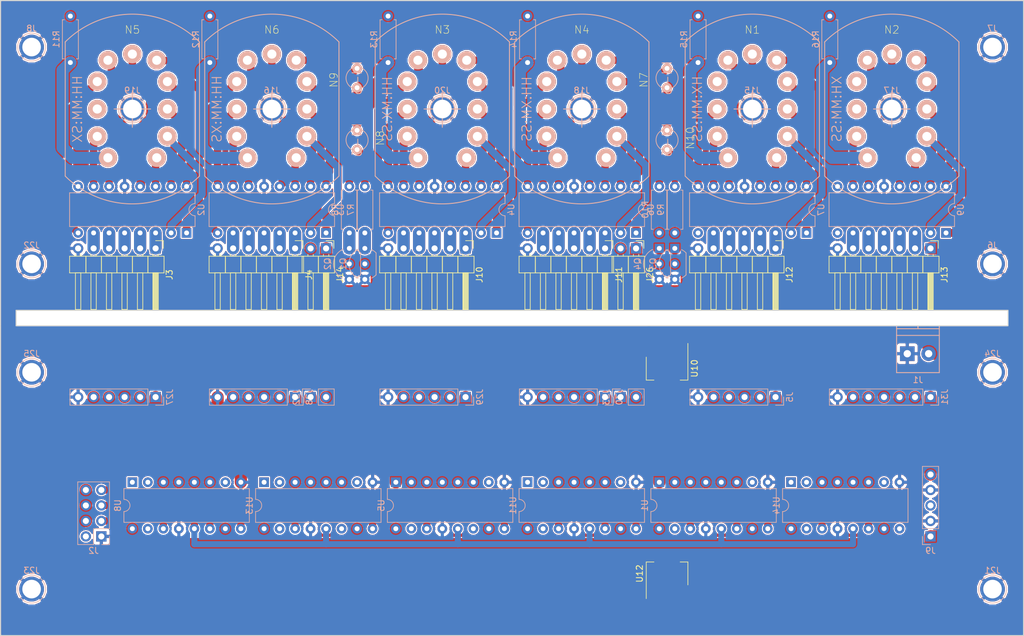
<source format=kicad_pcb>
(kicad_pcb (version 4) (host pcbnew 4.0.6)
  (title_block (title NixiESP12) (date 2017-05-30) (rev 1.0) (company "Lauri Võsandi"))
  (layers (0 F.Cu signal) (31 B.Cu signal) (34 B.Paste user) (35 F.Paste user) (36 B.SilkS user) (37 F.SilkS user) (38 B.Mask user) (39 F.Mask user) (44 Edge.Cuts user))
  (net 0 "")
  (net 1 GND)
  (net 2 VCC)
  (net 3 "Net-(N1-Pad0)")
  (net 4 "Net-(N1-Pad1)")
  (net 5 "Net-(N1-Pad3)")
  (net 6 "Net-(N1-Pad4)")
  (net 7 "Net-(N1-Pad5)")
  (net 8 "Net-(N1-Pad6)")
  (net 9 "Net-(N1-Pad7)")
  (net 10 "Net-(N2-Pad0)")
  (net 11 "Net-(N2-Pad1)")
  (net 12 "Net-(N2-Pad3)")
  (net 13 "Net-(N3-Pad0)")
  (net 14 "Net-(N3-Pad1)")
  (net 15 "Net-(N3-Pad3)")
  (net 16 "Net-(N3-Pad4)")
  (net 17 "Net-(N3-Pad5)")
  (net 18 "Net-(N3-Pad6)")
  (net 19 "Net-(N3-Pad7)")
  (net 20 "Net-(N4-Pad0)")
  (net 21 "Net-(N4-Pad1)")
  (net 22 "Net-(N4-Pad3)")
  (net 23 "Net-(N4-Pad4)")
  (net 24 "Net-(N4-Pad5)")
  (net 25 "Net-(N4-Pad6)")
  (net 26 "Net-(N4-Pad7)")
  (net 27 "Net-(N5-Pad0)")
  (net 28 "Net-(N5-Pad1)")
  (net 29 "Net-(N5-Pad3)")
  (net 30 "Net-(N5-Pad4)")
  (net 31 "Net-(N5-Pad5)")
  (net 32 "Net-(N5-Pad6)")
  (net 33 "Net-(N5-Pad7)")
  (net 34 "Net-(N6-Pad0)")
  (net 35 "Net-(N6-Pad1)")
  (net 36 "Net-(N6-Pad4)")
  (net 37 "Net-(N6-Pad5)")
  (net 38 "Net-(N6-Pad6)")
  (net 39 "Net-(N6-Pad7)")
  (net 40 "Net-(N1-Pad2)")
  (net 41 "Net-(N2-Pad2)")
  (net 42 "Net-(N3-Pad2)")
  (net 43 "Net-(N4-Pad2)")
  (net 44 "Net-(N5-Pad2)")
  (net 45 "Net-(U1-Pad14)")
  (net 46 "Net-(Q1-Pad1)")
  (net 47 "Net-(Q2-Pad1)")
  (net 48 "Net-(Q3-Pad1)")
  (net 49 "Net-(Q4-Pad1)")
  (net 50 "Net-(N1-Pad8)")
  (net 51 "Net-(N1-Pad9)")
  (net 52 "Net-(N1-PadA)")
  (net 53 "Net-(N2-PadA)")
  (net 54 "Net-(N3-Pad8)")
  (net 55 "Net-(N3-Pad9)")
  (net 56 "Net-(N3-PadA)")
  (net 57 "Net-(N4-PadA)")
  (net 58 "Net-(N5-Pad8)")
  (net 59 "Net-(N5-Pad9)")
  (net 60 "Net-(N5-PadA)")
  (net 61 "Net-(N6-PadA)")
  (net 62 "Net-(N7-PadK)")
  (net 63 "Net-(N8-PadK)")
  (net 64 "Net-(N9-PadK)")
  (net 65 "Net-(N10-PadK)")
  (net 66 "Net-(N6-Pad2)")
  (net 67 "Net-(N6-Pad3)")
  (net 68 /data)
  (net 69 /latch)
  (net 70 /clock)
  (net 71 "Net-(N2-Pad4)")
  (net 72 "Net-(N2-Pad5)")
  (net 73 "Net-(N2-Pad6)")
  (net 74 "Net-(N2-Pad7)")
  (net 75 "Net-(N2-Pad8)")
  (net 76 "Net-(N2-Pad9)")
  (net 77 "Net-(N4-Pad8)")
  (net 78 "Net-(N4-Pad9)")
  (net 79 "Net-(N6-Pad8)")
  (net 80 "Net-(N6-Pad9)")
  (net 81 "Net-(J11-Pad2)")
  (net 82 "Net-(J11-Pad5)")
  (net 83 "Net-(J12-Pad2)")
  (net 84 "Net-(J12-Pad5)")
  (net 85 "Net-(J13-Pad3)")
  (net 86 "Net-(J13-Pad6)")
  (net 87 "Net-(U11-Pad14)")
  (net 88 "Net-(U13-Pad9)")
  (net 89 "Net-(U13-Pad14)")
  (net 90 "Net-(J3-Pad2)")
  (net 91 "Net-(J3-Pad5)")
  (net 92 "Net-(J10-Pad2)")
  (net 93 "Net-(J10-Pad5)")
  (net 94 "Net-(J4-Pad2)")
  (net 95 "Net-(J4-Pad5)")
  (net 96 "Net-(J1-Pad2)")
  (net 97 "Net-(J13-Pad1)")
  (net 98 "Net-(U1-Pad9)")
  (net 99 "Net-(J3-Pad1)")
  (net 100 "Net-(J3-Pad4)")
  (net 101 "Net-(J4-Pad1)")
  (net 102 "Net-(J4-Pad4)")
  (net 103 "Net-(J10-Pad1)")
  (net 104 "Net-(J10-Pad4)")
  (net 105 "Net-(J11-Pad1)")
  (net 106 "Net-(J11-Pad4)")
  (net 107 "Net-(J12-Pad1)")
  (net 108 "Net-(J12-Pad4)")
  (net 109 "Net-(J13-Pad2)")
  (net 110 "Net-(J13-Pad5)")
  (net 111 "Net-(J14-Pad2)")
  (net 112 "Net-(J14-Pad1)")
  (net 113 "Net-(J26-Pad2)")
  (net 114 "Net-(J26-Pad1)")
  (net 115 "Net-(J5-Pad1)")
  (net 116 "Net-(J5-Pad2)")
  (net 117 "Net-(J5-Pad4)")
  (net 118 "Net-(J5-Pad5)")
  (net 119 "Net-(J27-Pad1)")
  (net 120 "Net-(J27-Pad2)")
  (net 121 "Net-(J27-Pad4)")
  (net 122 "Net-(J27-Pad5)")
  (net 123 "Net-(J28-Pad1)")
  (net 124 "Net-(J28-Pad2)")
  (net 125 "Net-(J28-Pad4)")
  (net 126 "Net-(J28-Pad5)")
  (net 127 "Net-(J29-Pad1)")
  (net 128 "Net-(J29-Pad2)")
  (net 129 "Net-(J29-Pad4)")
  (net 130 "Net-(J29-Pad5)")
  (net 131 "Net-(J30-Pad1)")
  (net 132 "Net-(J30-Pad2)")
  (net 133 "Net-(J30-Pad4)")
  (net 134 "Net-(J30-Pad5)")
  (net 135 "Net-(J31-Pad1)")
  (net 136 "Net-(J31-Pad6)")
  (net 137 "Net-(J31-Pad5)")
  (net 138 "Net-(J31-Pad3)")
  (net 139 "Net-(J31-Pad2)")
  (net 140 "Net-(J32-Pad1)")
  (net 141 "Net-(J32-Pad2)")
  (net 142 "Net-(J33-Pad1)")
  (net 143 "Net-(J33-Pad2)")
  (module Housings_DIP:DIP-16_W7.62mm (layer B.Cu) (at 46.99 104.394 270)
    (fp_text reference U8 (at 3.81 2.39 270) (layer B.SilkS) (effects (justify mirror)))
    (fp_text value 74HC595)
    (pad 1 thru_hole rect (at 0 0 270) (size 1.6 1.6) (drill 0.8) (layers *.Cu *.Mask))
    (pad 9 thru_hole oval (at 7.62 -17.78 270) (size 1.6 1.6) (drill 0.8) (layers *.Cu *.Mask) (net 89 "Net-(U13-Pad14)"))
    (pad 2 thru_hole oval (at 0 -2.54 270) (size 1.6 1.6) (drill 0.8) (layers *.Cu *.Mask))
    (pad 10 thru_hole oval (at 7.62 -15.24 270) (size 1.6 1.6) (drill 0.8) (layers *.Cu *.Mask) (net 2 VCC))
    (pad 3 thru_hole oval (at 0 -5.08 270) (size 1.6 1.6) (drill 0.8) (layers *.Cu *.Mask) (net 122 "Net-(J27-Pad5)"))
    (pad 11 thru_hole oval (at 7.62 -12.7 270) (size 1.6 1.6) (drill 0.8) (layers *.Cu *.Mask) (net 70 /clock))
    (pad 4 thru_hole oval (at 0 -7.62 270) (size 1.6 1.6) (drill 0.8) (layers *.Cu *.Mask) (net 121 "Net-(J27-Pad4)"))
    (pad 12 thru_hole oval (at 7.62 -10.16 270) (size 1.6 1.6) (drill 0.8) (layers *.Cu *.Mask) (net 69 /latch))
    (pad 5 thru_hole oval (at 0 -10.16 270) (size 1.6 1.6) (drill 0.8) (layers *.Cu *.Mask) (net 120 "Net-(J27-Pad2)"))
    (pad 13 thru_hole oval (at 7.62 -7.62 270) (size 1.6 1.6) (drill 0.8) (layers *.Cu *.Mask) (net 1 GND))
    (pad 6 thru_hole oval (at 0 -12.7 270) (size 1.6 1.6) (drill 0.8) (layers *.Cu *.Mask) (net 119 "Net-(J27-Pad1)"))
    (pad 14 thru_hole oval (at 7.62 -5.08 270) (size 1.6 1.6) (drill 0.8) (layers *.Cu *.Mask) (net 68 /data))
    (pad 7 thru_hole oval (at 0 -15.24 270) (size 1.6 1.6) (drill 0.8) (layers *.Cu *.Mask))
    (pad 15 thru_hole oval (at 7.62 -2.54 270) (size 1.6 1.6) (drill 0.8) (layers *.Cu *.Mask))
    (pad 8 thru_hole oval (at 0 -17.78 270) (size 1.6 1.6) (drill 0.8) (layers *.Cu *.Mask) (net 1 GND))
    (pad 16 thru_hole oval (at 7.62 0 270) (size 1.6 1.6) (drill 0.8) (layers *.Cu *.Mask) (net 2 VCC))
  )
  (module Socket_Strips:Socket_Strip_Straight_1x02_Pitch2.54mm (layer B.Cu) (at 76.2 90.424 270)
    (fp_text reference J32 (at 0 2.33 270) (layer B.SilkS) (effects (justify mirror)))
    (fp_text value CONN_01X02)
    (pad 1 thru_hole rect (at 0 0 270) (size 1.7 1.7) (drill 1) (layers *.Cu *.Mask) (net 140 "Net-(J32-Pad1)"))
    (pad 2 thru_hole oval (at 0 -2.54 270) (size 1.7 1.7) (drill 1) (layers *.Cu *.Mask) (net 141 "Net-(J32-Pad2)"))
  )
  (module Pin_Headers:Pin_Header_Angled_1x06_Pitch2.54mm (layer F.Cu) (at 73.66 66.04 270)
    (fp_text reference J4 (at 4.315 -2.27 270) (layer F.SilkS))
    (fp_text value CONN_01X06)
    (pad 1 thru_hole rect (at 0 0 270) (size 1.7 1.7) (drill 1) (layers *.Cu *.Mask) (net 101 "Net-(J4-Pad1)"))
    (pad 2 thru_hole oval (at 0 2.54 270) (size 1.7 1.7) (drill 1) (layers *.Cu *.Mask) (net 94 "Net-(J4-Pad2)"))
    (pad 3 thru_hole oval (at 0 5.08 270) (size 1.7 1.7) (drill 1) (layers *.Cu *.Mask) (net 2 VCC))
    (pad 4 thru_hole oval (at 0 7.62 270) (size 1.7 1.7) (drill 1) (layers *.Cu *.Mask) (net 102 "Net-(J4-Pad4)"))
    (pad 5 thru_hole oval (at 0 10.16 270) (size 1.7 1.7) (drill 1) (layers *.Cu *.Mask) (net 95 "Net-(J4-Pad5)"))
    (pad 6 thru_hole oval (at 0 12.7 270) (size 1.7 1.7) (drill 1) (layers *.Cu *.Mask) (net 1 GND))
  )
  (module Pin_Headers:Pin_Header_Angled_1x06_Pitch2.54mm (layer F.Cu) (at 124.46 66.04 270)
    (fp_text reference J11 (at 4.315 -2.27 270) (layer F.SilkS))
    (fp_text value CONN_01X06)
    (pad 1 thru_hole rect (at 0 0 270) (size 1.7 1.7) (drill 1) (layers *.Cu *.Mask) (net 105 "Net-(J11-Pad1)"))
    (pad 2 thru_hole oval (at 0 2.54 270) (size 1.7 1.7) (drill 1) (layers *.Cu *.Mask) (net 81 "Net-(J11-Pad2)"))
    (pad 3 thru_hole oval (at 0 5.08 270) (size 1.7 1.7) (drill 1) (layers *.Cu *.Mask) (net 2 VCC))
    (pad 4 thru_hole oval (at 0 7.62 270) (size 1.7 1.7) (drill 1) (layers *.Cu *.Mask) (net 106 "Net-(J11-Pad4)"))
    (pad 5 thru_hole oval (at 0 10.16 270) (size 1.7 1.7) (drill 1) (layers *.Cu *.Mask) (net 82 "Net-(J11-Pad5)"))
    (pad 6 thru_hole oval (at 0 12.7 270) (size 1.7 1.7) (drill 1) (layers *.Cu *.Mask) (net 1 GND))
  )
  (module nixiesp:russian-nixies-IN-12 (layer B.Cu) (at 46.99 43.18 180)
    (fp_text reference N5 (at 0 13 360) (layer F.SilkS) (effects (font (size 1.27 1.27) (thickness 0.0889))))
    (fp_text value HH:MM:SX (at 9 0 450) (layer B.SilkS) (effects (justify mirror)))
    (pad 0 thru_hole circle (at 5.75 -4.5 180) (size 3 3) (drill 1.5) (layers *.Cu B.Paste B.SilkS B.Mask) (net 27 "Net-(N5-Pad0)"))
    (pad 1 thru_hole circle (at -4 -8 180) (size 3 3) (drill 1.5) (layers *.Cu B.Paste B.SilkS B.Mask) (net 28 "Net-(N5-Pad1)"))
    (pad 2 thru_hole circle (at -5.75 -4.5 180) (size 3 3) (drill 1.5) (layers *.Cu B.Paste B.SilkS B.Mask) (net 44 "Net-(N5-Pad2)"))
    (pad 3 thru_hole circle (at -5.75 0 180) (size 3 3) (drill 1.5) (layers *.Cu B.Paste B.SilkS B.Mask) (net 29 "Net-(N5-Pad3)"))
    (pad 4 thru_hole circle (at -5.75 4.5 180) (size 3 3) (drill 1.5) (layers *.Cu B.Paste B.SilkS B.Mask) (net 30 "Net-(N5-Pad4)"))
    (pad 5 thru_hole circle (at -4 8 180) (size 3 3) (drill 1.5) (layers *.Cu B.Paste B.SilkS B.Mask) (net 31 "Net-(N5-Pad5)"))
    (pad 6 thru_hole circle (at 0 9 180) (size 3 3) (drill 1.5) (layers *.Cu B.Paste B.SilkS B.Mask) (net 32 "Net-(N5-Pad6)"))
    (pad 7 thru_hole circle (at 4 8 180) (size 3 3) (drill 1.5) (layers *.Cu B.Paste B.SilkS B.Mask) (net 33 "Net-(N5-Pad7)"))
    (pad 8 thru_hole circle (at 5.75 4.5 180) (size 3 3) (drill 1.5) (layers *.Cu B.Paste B.SilkS B.Mask) (net 58 "Net-(N5-Pad8)"))
    (pad 9 thru_hole circle (at 5.75 0 180) (size 3 3) (drill 1.5) (layers *.Cu B.Paste B.SilkS B.Mask) (net 59 "Net-(N5-Pad9)"))
    (pad A thru_hole circle (at 4 -8 180) (size 3 3) (drill 1.5) (layers *.Cu B.Paste B.SilkS B.Mask) (net 60 "Net-(N5-PadA)"))
  )
  (module Housings_DIP:DIP-16_W7.62mm (layer B.Cu) (at 157.48 63.5 90)
    (fp_text reference U7 (at 3.81 2.39 90) (layer B.SilkS) (effects (justify mirror)))
    (fp_text value K155ID1)
    (pad 1 thru_hole rect (at 0 0 90) (size 1.6 1.6) (drill 0.8) (layers *.Cu *.Mask) (net 7 "Net-(N1-Pad5)"))
    (pad 9 thru_hole oval (at 7.62 -17.78 90) (size 1.6 1.6) (drill 0.8) (layers *.Cu *.Mask) (net 51 "Net-(N1-Pad9)"))
    (pad 2 thru_hole oval (at 0 -2.54 90) (size 1.6 1.6) (drill 0.8) (layers *.Cu *.Mask) (net 40 "Net-(N1-Pad2)"))
    (pad 10 thru_hole oval (at 7.62 -15.24 90) (size 1.6 1.6) (drill 0.8) (layers *.Cu *.Mask) (net 3 "Net-(N1-Pad0)"))
    (pad 3 thru_hole oval (at 0 -5.08 90) (size 1.6 1.6) (drill 0.8) (layers *.Cu *.Mask) (net 107 "Net-(J12-Pad1)"))
    (pad 11 thru_hole oval (at 7.62 -12.7 90) (size 1.6 1.6) (drill 0.8) (layers *.Cu *.Mask) (net 9 "Net-(N1-Pad7)"))
    (pad 4 thru_hole oval (at 0 -7.62 90) (size 1.6 1.6) (drill 0.8) (layers *.Cu *.Mask) (net 83 "Net-(J12-Pad2)"))
    (pad 12 thru_hole oval (at 7.62 -10.16 90) (size 1.6 1.6) (drill 0.8) (layers *.Cu *.Mask) (net 1 GND))
    (pad 5 thru_hole oval (at 0 -10.16 90) (size 1.6 1.6) (drill 0.8) (layers *.Cu *.Mask) (net 2 VCC))
    (pad 13 thru_hole oval (at 7.62 -7.62 90) (size 1.6 1.6) (drill 0.8) (layers *.Cu *.Mask) (net 8 "Net-(N1-Pad6)"))
    (pad 6 thru_hole oval (at 0 -12.7 90) (size 1.6 1.6) (drill 0.8) (layers *.Cu *.Mask) (net 108 "Net-(J12-Pad4)"))
    (pad 14 thru_hole oval (at 7.62 -5.08 90) (size 1.6 1.6) (drill 0.8) (layers *.Cu *.Mask) (net 4 "Net-(N1-Pad1)"))
    (pad 7 thru_hole oval (at 0 -15.24 90) (size 1.6 1.6) (drill 0.8) (layers *.Cu *.Mask) (net 84 "Net-(J12-Pad5)"))
    (pad 15 thru_hole oval (at 7.62 -2.54 90) (size 1.6 1.6) (drill 0.8) (layers *.Cu *.Mask) (net 5 "Net-(N1-Pad3)"))
    (pad 8 thru_hole oval (at 0 -17.78 90) (size 1.6 1.6) (drill 0.8) (layers *.Cu *.Mask) (net 50 "Net-(N1-Pad8)"))
    (pad 16 thru_hole oval (at 7.62 0 90) (size 1.6 1.6) (drill 0.8) (layers *.Cu *.Mask) (net 6 "Net-(N1-Pad4)"))
  )
  (module Pin_Headers:Pin_Header_Angled_1x07_Pitch2.54mm (layer F.Cu) (at 177.8 66.04 270)
    (fp_text reference J13 (at 4.315 -2.27 270) (layer F.SilkS))
    (fp_text value CONN_01X07)
    (pad 1 thru_hole rect (at 0 0 270) (size 1.7 1.7) (drill 1) (layers *.Cu *.Mask) (net 97 "Net-(J13-Pad1)"))
    (pad 2 thru_hole oval (at 0 2.54 270) (size 1.7 1.7) (drill 1) (layers *.Cu *.Mask) (net 109 "Net-(J13-Pad2)"))
    (pad 3 thru_hole oval (at 0 5.08 270) (size 1.7 1.7) (drill 1) (layers *.Cu *.Mask) (net 85 "Net-(J13-Pad3)"))
    (pad 4 thru_hole oval (at 0 7.62 270) (size 1.7 1.7) (drill 1) (layers *.Cu *.Mask) (net 2 VCC))
    (pad 5 thru_hole oval (at 0 10.16 270) (size 1.7 1.7) (drill 1) (layers *.Cu *.Mask) (net 110 "Net-(J13-Pad5)"))
    (pad 6 thru_hole oval (at 0 12.7 270) (size 1.7 1.7) (drill 1) (layers *.Cu *.Mask) (net 86 "Net-(J13-Pad6)"))
    (pad 7 thru_hole oval (at 0 15.24 270) (size 1.7 1.7) (drill 1) (layers *.Cu *.Mask) (net 1 GND))
  )
  (module Pin_Headers:Pin_Header_Angled_1x06_Pitch2.54mm (layer F.Cu) (at 50.8 66.04 270)
    (fp_text reference J3 (at 4.315 -2.27 270) (layer F.SilkS))
    (fp_text value CONN_01X06)
    (pad 1 thru_hole rect (at 0 0 270) (size 1.7 1.7) (drill 1) (layers *.Cu *.Mask) (net 99 "Net-(J3-Pad1)"))
    (pad 2 thru_hole oval (at 0 2.54 270) (size 1.7 1.7) (drill 1) (layers *.Cu *.Mask) (net 90 "Net-(J3-Pad2)"))
    (pad 3 thru_hole oval (at 0 5.08 270) (size 1.7 1.7) (drill 1) (layers *.Cu *.Mask) (net 2 VCC))
    (pad 4 thru_hole oval (at 0 7.62 270) (size 1.7 1.7) (drill 1) (layers *.Cu *.Mask) (net 100 "Net-(J3-Pad4)"))
    (pad 5 thru_hole oval (at 0 10.16 270) (size 1.7 1.7) (drill 1) (layers *.Cu *.Mask) (net 91 "Net-(J3-Pad5)"))
    (pad 6 thru_hole oval (at 0 12.7 270) (size 1.7 1.7) (drill 1) (layers *.Cu *.Mask) (net 1 GND))
  )
  (module Pin_Headers:Pin_Header_Angled_1x02_Pitch2.54mm (layer F.Cu) (at 78.74 66.04 270)
    (fp_text reference J14 (at 4.315 -2.27 270) (layer F.SilkS))
    (fp_text value CONN_01X02)
    (pad 1 thru_hole rect (at 0 0 270) (size 1.7 1.7) (drill 1) (layers *.Cu *.Mask) (net 112 "Net-(J14-Pad1)"))
    (pad 2 thru_hole oval (at 0 2.54 270) (size 1.7 1.7) (drill 1) (layers *.Cu *.Mask) (net 111 "Net-(J14-Pad2)"))
  )
  (module TO_SOT_Packages_SMD:SOT-223 (layer F.Cu) (at 134.62 85.725 270)
    (fp_text reference U10 (at 0 -4.5 270) (layer F.SilkS))
    (fp_text value LM1117-5.0)
    (pad 4 smd rect (at 3.15 0 270) (size 2 3.8) (layers F.Cu F.Paste F.Mask) (net 2 VCC))
    (pad 2 smd rect (at -3.15 0 270) (size 2 1.5) (layers F.Cu F.Paste F.Mask) (net 2 VCC))
    (pad 3 smd rect (at -3.15 2.3 270) (size 2 1.5) (layers F.Cu F.Paste F.Mask) (net 96 "Net-(J1-Pad2)"))
    (pad 1 smd rect (at -3.15 -2.3 270) (size 2 1.5) (layers F.Cu F.Paste F.Mask) (net 1 GND))
  )
  (module Housings_DIP:DIP-16_W7.62mm (layer B.Cu) (at 68.58 104.394 270)
    (fp_text reference U13 (at 3.81 2.39 270) (layer B.SilkS) (effects (justify mirror)))
    (fp_text value 74HC595)
    (pad 1 thru_hole rect (at 0 0 270) (size 1.6 1.6) (drill 0.8) (layers *.Cu *.Mask))
    (pad 9 thru_hole oval (at 7.62 -17.78 270) (size 1.6 1.6) (drill 0.8) (layers *.Cu *.Mask) (net 88 "Net-(U13-Pad9)"))
    (pad 2 thru_hole oval (at 0 -2.54 270) (size 1.6 1.6) (drill 0.8) (layers *.Cu *.Mask))
    (pad 10 thru_hole oval (at 7.62 -15.24 270) (size 1.6 1.6) (drill 0.8) (layers *.Cu *.Mask) (net 2 VCC))
    (pad 3 thru_hole oval (at 0 -5.08 270) (size 1.6 1.6) (drill 0.8) (layers *.Cu *.Mask) (net 126 "Net-(J28-Pad5)"))
    (pad 11 thru_hole oval (at 7.62 -12.7 270) (size 1.6 1.6) (drill 0.8) (layers *.Cu *.Mask) (net 70 /clock))
    (pad 4 thru_hole oval (at 0 -7.62 270) (size 1.6 1.6) (drill 0.8) (layers *.Cu *.Mask) (net 125 "Net-(J28-Pad4)"))
    (pad 12 thru_hole oval (at 7.62 -10.16 270) (size 1.6 1.6) (drill 0.8) (layers *.Cu *.Mask) (net 69 /latch))
    (pad 5 thru_hole oval (at 0 -10.16 270) (size 1.6 1.6) (drill 0.8) (layers *.Cu *.Mask) (net 124 "Net-(J28-Pad2)"))
    (pad 13 thru_hole oval (at 7.62 -7.62 270) (size 1.6 1.6) (drill 0.8) (layers *.Cu *.Mask) (net 1 GND))
    (pad 6 thru_hole oval (at 0 -12.7 270) (size 1.6 1.6) (drill 0.8) (layers *.Cu *.Mask) (net 123 "Net-(J28-Pad1)"))
    (pad 14 thru_hole oval (at 7.62 -5.08 270) (size 1.6 1.6) (drill 0.8) (layers *.Cu *.Mask) (net 89 "Net-(U13-Pad14)"))
    (pad 7 thru_hole oval (at 0 -15.24 270) (size 1.6 1.6) (drill 0.8) (layers *.Cu *.Mask))
    (pad 15 thru_hole oval (at 7.62 -2.54 270) (size 1.6 1.6) (drill 0.8) (layers *.Cu *.Mask))
    (pad 8 thru_hole oval (at 0 -17.78 270) (size 1.6 1.6) (drill 0.8) (layers *.Cu *.Mask) (net 1 GND))
    (pad 16 thru_hole oval (at 7.62 0 270) (size 1.6 1.6) (drill 0.8) (layers *.Cu *.Mask) (net 2 VCC))
  )
  (module nixiesp:russian-nixies-IN-12 (layer B.Cu) (at 148.59 43.18 180)
    (fp_text reference N1 (at 0 13 360) (layer F.SilkS) (effects (font (size 1.27 1.27) (thickness 0.0889))))
    (fp_text value HX:MM:SS (at 9 0 450) (layer B.SilkS) (effects (justify mirror)))
    (pad 0 thru_hole circle (at 5.75 -4.5 180) (size 3 3) (drill 1.5) (layers *.Cu B.Paste B.SilkS B.Mask) (net 3 "Net-(N1-Pad0)"))
    (pad 1 thru_hole circle (at -4 -8 180) (size 3 3) (drill 1.5) (layers *.Cu B.Paste B.SilkS B.Mask) (net 4 "Net-(N1-Pad1)"))
    (pad 2 thru_hole circle (at -5.75 -4.5 180) (size 3 3) (drill 1.5) (layers *.Cu B.Paste B.SilkS B.Mask) (net 40 "Net-(N1-Pad2)"))
    (pad 3 thru_hole circle (at -5.75 0 180) (size 3 3) (drill 1.5) (layers *.Cu B.Paste B.SilkS B.Mask) (net 5 "Net-(N1-Pad3)"))
    (pad 4 thru_hole circle (at -5.75 4.5 180) (size 3 3) (drill 1.5) (layers *.Cu B.Paste B.SilkS B.Mask) (net 6 "Net-(N1-Pad4)"))
    (pad 5 thru_hole circle (at -4 8 180) (size 3 3) (drill 1.5) (layers *.Cu B.Paste B.SilkS B.Mask) (net 7 "Net-(N1-Pad5)"))
    (pad 6 thru_hole circle (at 0 9 180) (size 3 3) (drill 1.5) (layers *.Cu B.Paste B.SilkS B.Mask) (net 8 "Net-(N1-Pad6)"))
    (pad 7 thru_hole circle (at 4 8 180) (size 3 3) (drill 1.5) (layers *.Cu B.Paste B.SilkS B.Mask) (net 9 "Net-(N1-Pad7)"))
    (pad 8 thru_hole circle (at 5.75 4.5 180) (size 3 3) (drill 1.5) (layers *.Cu B.Paste B.SilkS B.Mask) (net 50 "Net-(N1-Pad8)"))
    (pad 9 thru_hole circle (at 5.75 0 180) (size 3 3) (drill 1.5) (layers *.Cu B.Paste B.SilkS B.Mask) (net 51 "Net-(N1-Pad9)"))
    (pad A thru_hole circle (at 4 -8 180) (size 3 3) (drill 1.5) (layers *.Cu B.Paste B.SilkS B.Mask) (net 52 "Net-(N1-PadA)"))
  )
  (module Connectors:1pin (layer B.Cu) (at 171.45 43.18 180)
    (fp_text reference J17 (at 0 3.048 180) (layer B.SilkS) (effects (justify mirror)))
    (fp_text value CONN_01X01)
    (pad 1 thru_hole circle (at 0 0 180) (size 4.064 4.064) (drill 3.048) (layers *.Cu *.Mask) (net 1 GND))
  )
  (module nixiesp:russian-nixies-IN-6 (layer B.Cu) (at 83.82 38.1 90)
    (fp_text reference N9 (at -0.3175 -3.81 270) (layer F.SilkS) (effects (font (size 1.27 1.27) (thickness 0.0889))))
    (fp_text value IN-6 (at 0 0 90) (layer B.SilkS) (effects (justify mirror)))
    (pad A thru_hole circle (at -1.5875 0 90) (size 1.6 1.6) (drill 0.8) (layers *.Cu B.Paste B.SilkS B.Mask) (net 97 "Net-(J13-Pad1)"))
    (pad K thru_hole circle (at 1.58496 0 90) (size 1.6 1.6) (drill 0.8) (layers *.Cu B.Paste B.SilkS B.Mask) (net 64 "Net-(N9-PadK)"))
  )
  (module nixiesp:russian-nixies-IN-12 (layer B.Cu) (at 97.79 43.18 180)
    (fp_text reference N3 (at 0 13 360) (layer F.SilkS) (effects (font (size 1.27 1.27) (thickness 0.0889))))
    (fp_text value HH:MX:SS (at 9 0 450) (layer B.SilkS) (effects (justify mirror)))
    (pad 0 thru_hole circle (at 5.75 -4.5 180) (size 3 3) (drill 1.5) (layers *.Cu B.Paste B.SilkS B.Mask) (net 13 "Net-(N3-Pad0)"))
    (pad 1 thru_hole circle (at -4 -8 180) (size 3 3) (drill 1.5) (layers *.Cu B.Paste B.SilkS B.Mask) (net 14 "Net-(N3-Pad1)"))
    (pad 2 thru_hole circle (at -5.75 -4.5 180) (size 3 3) (drill 1.5) (layers *.Cu B.Paste B.SilkS B.Mask) (net 42 "Net-(N3-Pad2)"))
    (pad 3 thru_hole circle (at -5.75 0 180) (size 3 3) (drill 1.5) (layers *.Cu B.Paste B.SilkS B.Mask) (net 15 "Net-(N3-Pad3)"))
    (pad 4 thru_hole circle (at -5.75 4.5 180) (size 3 3) (drill 1.5) (layers *.Cu B.Paste B.SilkS B.Mask) (net 16 "Net-(N3-Pad4)"))
    (pad 5 thru_hole circle (at -4 8 180) (size 3 3) (drill 1.5) (layers *.Cu B.Paste B.SilkS B.Mask) (net 17 "Net-(N3-Pad5)"))
    (pad 6 thru_hole circle (at 0 9 180) (size 3 3) (drill 1.5) (layers *.Cu B.Paste B.SilkS B.Mask) (net 18 "Net-(N3-Pad6)"))
    (pad 7 thru_hole circle (at 4 8 180) (size 3 3) (drill 1.5) (layers *.Cu B.Paste B.SilkS B.Mask) (net 19 "Net-(N3-Pad7)"))
    (pad 8 thru_hole circle (at 5.75 4.5 180) (size 3 3) (drill 1.5) (layers *.Cu B.Paste B.SilkS B.Mask) (net 54 "Net-(N3-Pad8)"))
    (pad 9 thru_hole circle (at 5.75 0 180) (size 3 3) (drill 1.5) (layers *.Cu B.Paste B.SilkS B.Mask) (net 55 "Net-(N3-Pad9)"))
    (pad A thru_hole circle (at 4 -8 180) (size 3 3) (drill 1.5) (layers *.Cu B.Paste B.SilkS B.Mask) (net 56 "Net-(N3-PadA)"))
  )
  (module nixiesp:russian-nixies-IN-12 (layer B.Cu) (at 69.85 43.18 180)
    (fp_text reference N6 (at 0 13 360) (layer F.SilkS) (effects (font (size 1.27 1.27) (thickness 0.0889))))
    (fp_text value HH:MM:XS (at 9 0 450) (layer B.SilkS) (effects (justify mirror)))
    (pad 0 thru_hole circle (at 5.75 -4.5 180) (size 3 3) (drill 1.5) (layers *.Cu B.Paste B.SilkS B.Mask) (net 34 "Net-(N6-Pad0)"))
    (pad 1 thru_hole circle (at -4 -8 180) (size 3 3) (drill 1.5) (layers *.Cu B.Paste B.SilkS B.Mask) (net 35 "Net-(N6-Pad1)"))
    (pad 2 thru_hole circle (at -5.75 -4.5 180) (size 3 3) (drill 1.5) (layers *.Cu B.Paste B.SilkS B.Mask) (net 66 "Net-(N6-Pad2)"))
    (pad 3 thru_hole circle (at -5.75 0 180) (size 3 3) (drill 1.5) (layers *.Cu B.Paste B.SilkS B.Mask) (net 67 "Net-(N6-Pad3)"))
    (pad 4 thru_hole circle (at -5.75 4.5 180) (size 3 3) (drill 1.5) (layers *.Cu B.Paste B.SilkS B.Mask) (net 36 "Net-(N6-Pad4)"))
    (pad 5 thru_hole circle (at -4 8 180) (size 3 3) (drill 1.5) (layers *.Cu B.Paste B.SilkS B.Mask) (net 37 "Net-(N6-Pad5)"))
    (pad 6 thru_hole circle (at 0 9 180) (size 3 3) (drill 1.5) (layers *.Cu B.Paste B.SilkS B.Mask) (net 38 "Net-(N6-Pad6)"))
    (pad 7 thru_hole circle (at 4 8 180) (size 3 3) (drill 1.5) (layers *.Cu B.Paste B.SilkS B.Mask) (net 39 "Net-(N6-Pad7)"))
    (pad 8 thru_hole circle (at 5.75 4.5 180) (size 3 3) (drill 1.5) (layers *.Cu B.Paste B.SilkS B.Mask) (net 79 "Net-(N6-Pad8)"))
    (pad 9 thru_hole circle (at 5.75 0 180) (size 3 3) (drill 1.5) (layers *.Cu B.Paste B.SilkS B.Mask) (net 80 "Net-(N6-Pad9)"))
    (pad A thru_hole circle (at 4 -8 180) (size 3 3) (drill 1.5) (layers *.Cu B.Paste B.SilkS B.Mask) (net 61 "Net-(N6-PadA)"))
  )
  (module Housings_DIP:DIP-16_W7.62mm (layer B.Cu) (at 129.54 63.5 90)
    (fp_text reference U6 (at 3.81 2.39 90) (layer B.SilkS) (effects (justify mirror)))
    (fp_text value K155ID1)
    (pad 1 thru_hole rect (at 0 0 90) (size 1.6 1.6) (drill 0.8) (layers *.Cu *.Mask) (net 24 "Net-(N4-Pad5)"))
    (pad 9 thru_hole oval (at 7.62 -17.78 90) (size 1.6 1.6) (drill 0.8) (layers *.Cu *.Mask) (net 78 "Net-(N4-Pad9)"))
    (pad 2 thru_hole oval (at 0 -2.54 90) (size 1.6 1.6) (drill 0.8) (layers *.Cu *.Mask) (net 43 "Net-(N4-Pad2)"))
    (pad 10 thru_hole oval (at 7.62 -15.24 90) (size 1.6 1.6) (drill 0.8) (layers *.Cu *.Mask) (net 20 "Net-(N4-Pad0)"))
    (pad 3 thru_hole oval (at 0 -5.08 90) (size 1.6 1.6) (drill 0.8) (layers *.Cu *.Mask) (net 105 "Net-(J11-Pad1)"))
    (pad 11 thru_hole oval (at 7.62 -12.7 90) (size 1.6 1.6) (drill 0.8) (layers *.Cu *.Mask) (net 26 "Net-(N4-Pad7)"))
    (pad 4 thru_hole oval (at 0 -7.62 90) (size 1.6 1.6) (drill 0.8) (layers *.Cu *.Mask) (net 81 "Net-(J11-Pad2)"))
    (pad 12 thru_hole oval (at 7.62 -10.16 90) (size 1.6 1.6) (drill 0.8) (layers *.Cu *.Mask) (net 1 GND))
    (pad 5 thru_hole oval (at 0 -10.16 90) (size 1.6 1.6) (drill 0.8) (layers *.Cu *.Mask) (net 2 VCC))
    (pad 13 thru_hole oval (at 7.62 -7.62 90) (size 1.6 1.6) (drill 0.8) (layers *.Cu *.Mask) (net 25 "Net-(N4-Pad6)"))
    (pad 6 thru_hole oval (at 0 -12.7 90) (size 1.6 1.6) (drill 0.8) (layers *.Cu *.Mask) (net 106 "Net-(J11-Pad4)"))
    (pad 14 thru_hole oval (at 7.62 -5.08 90) (size 1.6 1.6) (drill 0.8) (layers *.Cu *.Mask) (net 21 "Net-(N4-Pad1)"))
    (pad 7 thru_hole oval (at 0 -15.24 90) (size 1.6 1.6) (drill 0.8) (layers *.Cu *.Mask) (net 82 "Net-(J11-Pad5)"))
    (pad 15 thru_hole oval (at 7.62 -2.54 90) (size 1.6 1.6) (drill 0.8) (layers *.Cu *.Mask) (net 22 "Net-(N4-Pad3)"))
    (pad 8 thru_hole oval (at 0 -17.78 90) (size 1.6 1.6) (drill 0.8) (layers *.Cu *.Mask) (net 77 "Net-(N4-Pad8)"))
    (pad 16 thru_hole oval (at 7.62 0 90) (size 1.6 1.6) (drill 0.8) (layers *.Cu *.Mask) (net 23 "Net-(N4-Pad4)"))
  )
  (module nixiesp:russian-nixies-IN-12 (layer B.Cu) (at 171.45 43.18 180)
    (fp_text reference N2 (at 0 13 360) (layer F.SilkS) (effects (font (size 1.27 1.27) (thickness 0.0889))))
    (fp_text value XH:MM:SS (at 9 0 450) (layer B.SilkS) (effects (justify mirror)))
    (pad 0 thru_hole circle (at 5.75 -4.5 180) (size 3 3) (drill 1.5) (layers *.Cu B.Paste B.SilkS B.Mask) (net 10 "Net-(N2-Pad0)"))
    (pad 1 thru_hole circle (at -4 -8 180) (size 3 3) (drill 1.5) (layers *.Cu B.Paste B.SilkS B.Mask) (net 11 "Net-(N2-Pad1)"))
    (pad 2 thru_hole circle (at -5.75 -4.5 180) (size 3 3) (drill 1.5) (layers *.Cu B.Paste B.SilkS B.Mask) (net 41 "Net-(N2-Pad2)"))
    (pad 3 thru_hole circle (at -5.75 0 180) (size 3 3) (drill 1.5) (layers *.Cu B.Paste B.SilkS B.Mask) (net 12 "Net-(N2-Pad3)"))
    (pad 4 thru_hole circle (at -5.75 4.5 180) (size 3 3) (drill 1.5) (layers *.Cu B.Paste B.SilkS B.Mask) (net 71 "Net-(N2-Pad4)"))
    (pad 5 thru_hole circle (at -4 8 180) (size 3 3) (drill 1.5) (layers *.Cu B.Paste B.SilkS B.Mask) (net 72 "Net-(N2-Pad5)"))
    (pad 6 thru_hole circle (at 0 9 180) (size 3 3) (drill 1.5) (layers *.Cu B.Paste B.SilkS B.Mask) (net 73 "Net-(N2-Pad6)"))
    (pad 7 thru_hole circle (at 4 8 180) (size 3 3) (drill 1.5) (layers *.Cu B.Paste B.SilkS B.Mask) (net 74 "Net-(N2-Pad7)"))
    (pad 8 thru_hole circle (at 5.75 4.5 180) (size 3 3) (drill 1.5) (layers *.Cu B.Paste B.SilkS B.Mask) (net 75 "Net-(N2-Pad8)"))
    (pad 9 thru_hole circle (at 5.75 0 180) (size 3 3) (drill 1.5) (layers *.Cu B.Paste B.SilkS B.Mask) (net 76 "Net-(N2-Pad9)"))
    (pad A thru_hole circle (at 4 -8 180) (size 3 3) (drill 1.5) (layers *.Cu B.Paste B.SilkS B.Mask) (net 53 "Net-(N2-PadA)"))
  )
  (module nixiesp:russian-nixies-IN-12 (layer B.Cu) (at 120.65 43.18 180)
    (fp_text reference N4 (at 0 13 360) (layer F.SilkS) (effects (font (size 1.27 1.27) (thickness 0.0889))))
    (fp_text value HH:XM:SS (at 9 0 450) (layer B.SilkS) (effects (justify mirror)))
    (pad 0 thru_hole circle (at 5.75 -4.5 180) (size 3 3) (drill 1.5) (layers *.Cu B.Paste B.SilkS B.Mask) (net 20 "Net-(N4-Pad0)"))
    (pad 1 thru_hole circle (at -4 -8 180) (size 3 3) (drill 1.5) (layers *.Cu B.Paste B.SilkS B.Mask) (net 21 "Net-(N4-Pad1)"))
    (pad 2 thru_hole circle (at -5.75 -4.5 180) (size 3 3) (drill 1.5) (layers *.Cu B.Paste B.SilkS B.Mask) (net 43 "Net-(N4-Pad2)"))
    (pad 3 thru_hole circle (at -5.75 0 180) (size 3 3) (drill 1.5) (layers *.Cu B.Paste B.SilkS B.Mask) (net 22 "Net-(N4-Pad3)"))
    (pad 4 thru_hole circle (at -5.75 4.5 180) (size 3 3) (drill 1.5) (layers *.Cu B.Paste B.SilkS B.Mask) (net 23 "Net-(N4-Pad4)"))
    (pad 5 thru_hole circle (at -4 8 180) (size 3 3) (drill 1.5) (layers *.Cu B.Paste B.SilkS B.Mask) (net 24 "Net-(N4-Pad5)"))
    (pad 6 thru_hole circle (at 0 9 180) (size 3 3) (drill 1.5) (layers *.Cu B.Paste B.SilkS B.Mask) (net 25 "Net-(N4-Pad6)"))
    (pad 7 thru_hole circle (at 4 8 180) (size 3 3) (drill 1.5) (layers *.Cu B.Paste B.SilkS B.Mask) (net 26 "Net-(N4-Pad7)"))
    (pad 8 thru_hole circle (at 5.75 4.5 180) (size 3 3) (drill 1.5) (layers *.Cu B.Paste B.SilkS B.Mask) (net 77 "Net-(N4-Pad8)"))
    (pad 9 thru_hole circle (at 5.75 0 180) (size 3 3) (drill 1.5) (layers *.Cu B.Paste B.SilkS B.Mask) (net 78 "Net-(N4-Pad9)"))
    (pad A thru_hole circle (at 4 -8 180) (size 3 3) (drill 1.5) (layers *.Cu B.Paste B.SilkS B.Mask) (net 57 "Net-(N4-PadA)"))
  )
  (module Housings_DIP:DIP-16_W7.62mm (layer B.Cu) (at 180.34 63.5 90)
    (fp_text reference U9 (at 3.81 2.39 90) (layer B.SilkS) (effects (justify mirror)))
    (fp_text value K155ID1)
    (pad 1 thru_hole rect (at 0 0 90) (size 1.6 1.6) (drill 0.8) (layers *.Cu *.Mask) (net 72 "Net-(N2-Pad5)"))
    (pad 9 thru_hole oval (at 7.62 -17.78 90) (size 1.6 1.6) (drill 0.8) (layers *.Cu *.Mask) (net 76 "Net-(N2-Pad9)"))
    (pad 2 thru_hole oval (at 0 -2.54 90) (size 1.6 1.6) (drill 0.8) (layers *.Cu *.Mask) (net 41 "Net-(N2-Pad2)"))
    (pad 10 thru_hole oval (at 7.62 -15.24 90) (size 1.6 1.6) (drill 0.8) (layers *.Cu *.Mask) (net 10 "Net-(N2-Pad0)"))
    (pad 3 thru_hole oval (at 0 -5.08 90) (size 1.6 1.6) (drill 0.8) (layers *.Cu *.Mask) (net 109 "Net-(J13-Pad2)"))
    (pad 11 thru_hole oval (at 7.62 -12.7 90) (size 1.6 1.6) (drill 0.8) (layers *.Cu *.Mask) (net 74 "Net-(N2-Pad7)"))
    (pad 4 thru_hole oval (at 0 -7.62 90) (size 1.6 1.6) (drill 0.8) (layers *.Cu *.Mask) (net 85 "Net-(J13-Pad3)"))
    (pad 12 thru_hole oval (at 7.62 -10.16 90) (size 1.6 1.6) (drill 0.8) (layers *.Cu *.Mask) (net 1 GND))
    (pad 5 thru_hole oval (at 0 -10.16 90) (size 1.6 1.6) (drill 0.8) (layers *.Cu *.Mask) (net 2 VCC))
    (pad 13 thru_hole oval (at 7.62 -7.62 90) (size 1.6 1.6) (drill 0.8) (layers *.Cu *.Mask) (net 73 "Net-(N2-Pad6)"))
    (pad 6 thru_hole oval (at 0 -12.7 90) (size 1.6 1.6) (drill 0.8) (layers *.Cu *.Mask) (net 110 "Net-(J13-Pad5)"))
    (pad 14 thru_hole oval (at 7.62 -5.08 90) (size 1.6 1.6) (drill 0.8) (layers *.Cu *.Mask) (net 11 "Net-(N2-Pad1)"))
    (pad 7 thru_hole oval (at 0 -15.24 90) (size 1.6 1.6) (drill 0.8) (layers *.Cu *.Mask) (net 86 "Net-(J13-Pad6)"))
    (pad 15 thru_hole oval (at 7.62 -2.54 90) (size 1.6 1.6) (drill 0.8) (layers *.Cu *.Mask) (net 12 "Net-(N2-Pad3)"))
    (pad 8 thru_hole oval (at 0 -17.78 90) (size 1.6 1.6) (drill 0.8) (layers *.Cu *.Mask) (net 75 "Net-(N2-Pad8)"))
    (pad 16 thru_hole oval (at 7.62 0 90) (size 1.6 1.6) (drill 0.8) (layers *.Cu *.Mask) (net 71 "Net-(N2-Pad4)"))
  )
  (module Housings_DIP:DIP-16_W7.62mm (layer B.Cu) (at 106.68 63.5 90)
    (fp_text reference U4 (at 3.81 2.39 90) (layer B.SilkS) (effects (justify mirror)))
    (fp_text value K155ID1)
    (pad 1 thru_hole rect (at 0 0 90) (size 1.6 1.6) (drill 0.8) (layers *.Cu *.Mask) (net 17 "Net-(N3-Pad5)"))
    (pad 9 thru_hole oval (at 7.62 -17.78 90) (size 1.6 1.6) (drill 0.8) (layers *.Cu *.Mask) (net 55 "Net-(N3-Pad9)"))
    (pad 2 thru_hole oval (at 0 -2.54 90) (size 1.6 1.6) (drill 0.8) (layers *.Cu *.Mask) (net 42 "Net-(N3-Pad2)"))
    (pad 10 thru_hole oval (at 7.62 -15.24 90) (size 1.6 1.6) (drill 0.8) (layers *.Cu *.Mask) (net 13 "Net-(N3-Pad0)"))
    (pad 3 thru_hole oval (at 0 -5.08 90) (size 1.6 1.6) (drill 0.8) (layers *.Cu *.Mask) (net 103 "Net-(J10-Pad1)"))
    (pad 11 thru_hole oval (at 7.62 -12.7 90) (size 1.6 1.6) (drill 0.8) (layers *.Cu *.Mask) (net 19 "Net-(N3-Pad7)"))
    (pad 4 thru_hole oval (at 0 -7.62 90) (size 1.6 1.6) (drill 0.8) (layers *.Cu *.Mask) (net 92 "Net-(J10-Pad2)"))
    (pad 12 thru_hole oval (at 7.62 -10.16 90) (size 1.6 1.6) (drill 0.8) (layers *.Cu *.Mask) (net 1 GND))
    (pad 5 thru_hole oval (at 0 -10.16 90) (size 1.6 1.6) (drill 0.8) (layers *.Cu *.Mask) (net 2 VCC))
    (pad 13 thru_hole oval (at 7.62 -7.62 90) (size 1.6 1.6) (drill 0.8) (layers *.Cu *.Mask) (net 18 "Net-(N3-Pad6)"))
    (pad 6 thru_hole oval (at 0 -12.7 90) (size 1.6 1.6) (drill 0.8) (layers *.Cu *.Mask) (net 104 "Net-(J10-Pad4)"))
    (pad 14 thru_hole oval (at 7.62 -5.08 90) (size 1.6 1.6) (drill 0.8) (layers *.Cu *.Mask) (net 14 "Net-(N3-Pad1)"))
    (pad 7 thru_hole oval (at 0 -15.24 90) (size 1.6 1.6) (drill 0.8) (layers *.Cu *.Mask) (net 93 "Net-(J10-Pad5)"))
    (pad 15 thru_hole oval (at 7.62 -2.54 90) (size 1.6 1.6) (drill 0.8) (layers *.Cu *.Mask) (net 15 "Net-(N3-Pad3)"))
    (pad 8 thru_hole oval (at 0 -17.78 90) (size 1.6 1.6) (drill 0.8) (layers *.Cu *.Mask) (net 54 "Net-(N3-Pad8)"))
    (pad 16 thru_hole oval (at 7.62 0 90) (size 1.6 1.6) (drill 0.8) (layers *.Cu *.Mask) (net 16 "Net-(N3-Pad4)"))
  )
  (module nixiesp:russian-nixies-IN-6 (layer B.Cu) (at 134.62 48.26 270)
    (fp_text reference N10 (at -0.3175 -3.81 450) (layer F.SilkS) (effects (font (size 1.27 1.27) (thickness 0.0889))))
    (fp_text value IN-6 (at 0 0 270) (layer B.SilkS) (effects (justify mirror)))
    (pad A thru_hole circle (at -1.5875 0 270) (size 1.6 1.6) (drill 0.8) (layers *.Cu B.Paste B.SilkS B.Mask) (net 97 "Net-(J13-Pad1)"))
    (pad K thru_hole circle (at 1.58496 0 270) (size 1.6 1.6) (drill 0.8) (layers *.Cu B.Paste B.SilkS B.Mask) (net 65 "Net-(N10-PadK)"))
  )
  (module nixiesp:russian-nixies-IN-6 (layer B.Cu) (at 83.82 48.26 270)
    (fp_text reference N8 (at -0.3175 -3.81 450) (layer F.SilkS) (effects (font (size 1.27 1.27) (thickness 0.0889))))
    (fp_text value IN-6 (at 0 0 270) (layer B.SilkS) (effects (justify mirror)))
    (pad A thru_hole circle (at -1.5875 0 270) (size 1.6 1.6) (drill 0.8) (layers *.Cu B.Paste B.SilkS B.Mask) (net 97 "Net-(J13-Pad1)"))
    (pad K thru_hole circle (at 1.58496 0 270) (size 1.6 1.6) (drill 0.8) (layers *.Cu B.Paste B.SilkS B.Mask) (net 63 "Net-(N8-PadK)"))
  )
  (module nixiesp:russian-nixies-IN-6 (layer B.Cu) (at 134.62 38.1 90)
    (fp_text reference N7 (at -0.3175 -3.81 270) (layer F.SilkS) (effects (font (size 1.27 1.27) (thickness 0.0889))))
    (fp_text value IN-6 (at 0 0 90) (layer B.SilkS) (effects (justify mirror)))
    (pad A thru_hole circle (at -1.5875 0 90) (size 1.6 1.6) (drill 0.8) (layers *.Cu B.Paste B.SilkS B.Mask) (net 97 "Net-(J13-Pad1)"))
    (pad K thru_hole circle (at 1.58496 0 90) (size 1.6 1.6) (drill 0.8) (layers *.Cu B.Paste B.SilkS B.Mask) (net 62 "Net-(N7-PadK)"))
  )
  (module Housings_DIP:DIP-16_W7.62mm (layer B.Cu) (at 55.88 63.5 90)
    (fp_text reference U2 (at 3.81 2.39 90) (layer B.SilkS) (effects (justify mirror)))
    (fp_text value K155ID1)
    (pad 1 thru_hole rect (at 0 0 90) (size 1.6 1.6) (drill 0.8) (layers *.Cu *.Mask) (net 31 "Net-(N5-Pad5)"))
    (pad 9 thru_hole oval (at 7.62 -17.78 90) (size 1.6 1.6) (drill 0.8) (layers *.Cu *.Mask) (net 59 "Net-(N5-Pad9)"))
    (pad 2 thru_hole oval (at 0 -2.54 90) (size 1.6 1.6) (drill 0.8) (layers *.Cu *.Mask) (net 44 "Net-(N5-Pad2)"))
    (pad 10 thru_hole oval (at 7.62 -15.24 90) (size 1.6 1.6) (drill 0.8) (layers *.Cu *.Mask) (net 27 "Net-(N5-Pad0)"))
    (pad 3 thru_hole oval (at 0 -5.08 90) (size 1.6 1.6) (drill 0.8) (layers *.Cu *.Mask) (net 99 "Net-(J3-Pad1)"))
    (pad 11 thru_hole oval (at 7.62 -12.7 90) (size 1.6 1.6) (drill 0.8) (layers *.Cu *.Mask) (net 33 "Net-(N5-Pad7)"))
    (pad 4 thru_hole oval (at 0 -7.62 90) (size 1.6 1.6) (drill 0.8) (layers *.Cu *.Mask) (net 90 "Net-(J3-Pad2)"))
    (pad 12 thru_hole oval (at 7.62 -10.16 90) (size 1.6 1.6) (drill 0.8) (layers *.Cu *.Mask) (net 1 GND))
    (pad 5 thru_hole oval (at 0 -10.16 90) (size 1.6 1.6) (drill 0.8) (layers *.Cu *.Mask) (net 2 VCC))
    (pad 13 thru_hole oval (at 7.62 -7.62 90) (size 1.6 1.6) (drill 0.8) (layers *.Cu *.Mask) (net 32 "Net-(N5-Pad6)"))
    (pad 6 thru_hole oval (at 0 -12.7 90) (size 1.6 1.6) (drill 0.8) (layers *.Cu *.Mask) (net 100 "Net-(J3-Pad4)"))
    (pad 14 thru_hole oval (at 7.62 -5.08 90) (size 1.6 1.6) (drill 0.8) (layers *.Cu *.Mask) (net 28 "Net-(N5-Pad1)"))
    (pad 7 thru_hole oval (at 0 -15.24 90) (size 1.6 1.6) (drill 0.8) (layers *.Cu *.Mask) (net 91 "Net-(J3-Pad5)"))
    (pad 15 thru_hole oval (at 7.62 -2.54 90) (size 1.6 1.6) (drill 0.8) (layers *.Cu *.Mask) (net 29 "Net-(N5-Pad3)"))
    (pad 8 thru_hole oval (at 0 -17.78 90) (size 1.6 1.6) (drill 0.8) (layers *.Cu *.Mask) (net 58 "Net-(N5-Pad8)"))
    (pad 16 thru_hole oval (at 7.62 0 90) (size 1.6 1.6) (drill 0.8) (layers *.Cu *.Mask) (net 30 "Net-(N5-Pad4)"))
  )
  (module Housings_DIP:DIP-16_W7.62mm (layer B.Cu) (at 78.74 63.5 90)
    (fp_text reference U3 (at 3.81 2.39 90) (layer B.SilkS) (effects (justify mirror)))
    (fp_text value K155ID1)
    (pad 1 thru_hole rect (at 0 0 90) (size 1.6 1.6) (drill 0.8) (layers *.Cu *.Mask) (net 37 "Net-(N6-Pad5)"))
    (pad 9 thru_hole oval (at 7.62 -17.78 90) (size 1.6 1.6) (drill 0.8) (layers *.Cu *.Mask) (net 80 "Net-(N6-Pad9)"))
    (pad 2 thru_hole oval (at 0 -2.54 90) (size 1.6 1.6) (drill 0.8) (layers *.Cu *.Mask) (net 66 "Net-(N6-Pad2)"))
    (pad 10 thru_hole oval (at 7.62 -15.24 90) (size 1.6 1.6) (drill 0.8) (layers *.Cu *.Mask) (net 34 "Net-(N6-Pad0)"))
    (pad 3 thru_hole oval (at 0 -5.08 90) (size 1.6 1.6) (drill 0.8) (layers *.Cu *.Mask) (net 101 "Net-(J4-Pad1)"))
    (pad 11 thru_hole oval (at 7.62 -12.7 90) (size 1.6 1.6) (drill 0.8) (layers *.Cu *.Mask) (net 39 "Net-(N6-Pad7)"))
    (pad 4 thru_hole oval (at 0 -7.62 90) (size 1.6 1.6) (drill 0.8) (layers *.Cu *.Mask) (net 94 "Net-(J4-Pad2)"))
    (pad 12 thru_hole oval (at 7.62 -10.16 90) (size 1.6 1.6) (drill 0.8) (layers *.Cu *.Mask) (net 1 GND))
    (pad 5 thru_hole oval (at 0 -10.16 90) (size 1.6 1.6) (drill 0.8) (layers *.Cu *.Mask) (net 2 VCC))
    (pad 13 thru_hole oval (at 7.62 -7.62 90) (size 1.6 1.6) (drill 0.8) (layers *.Cu *.Mask) (net 38 "Net-(N6-Pad6)"))
    (pad 6 thru_hole oval (at 0 -12.7 90) (size 1.6 1.6) (drill 0.8) (layers *.Cu *.Mask) (net 102 "Net-(J4-Pad4)"))
    (pad 14 thru_hole oval (at 7.62 -5.08 90) (size 1.6 1.6) (drill 0.8) (layers *.Cu *.Mask) (net 35 "Net-(N6-Pad1)"))
    (pad 7 thru_hole oval (at 0 -15.24 90) (size 1.6 1.6) (drill 0.8) (layers *.Cu *.Mask) (net 95 "Net-(J4-Pad5)"))
    (pad 15 thru_hole oval (at 7.62 -2.54 90) (size 1.6 1.6) (drill 0.8) (layers *.Cu *.Mask) (net 67 "Net-(N6-Pad3)"))
    (pad 8 thru_hole oval (at 0 -17.78 90) (size 1.6 1.6) (drill 0.8) (layers *.Cu *.Mask) (net 79 "Net-(N6-Pad8)"))
    (pad 16 thru_hole oval (at 7.62 0 90) (size 1.6 1.6) (drill 0.8) (layers *.Cu *.Mask) (net 36 "Net-(N6-Pad4)"))
  )
  (module Connectors:1pin (layer B.Cu) (at 187.96 68.58 180)
    (fp_text reference J6 (at 0 3.048 180) (layer B.SilkS) (effects (justify mirror)))
    (fp_text value CONN_01X01)
    (pad 1 thru_hole circle (at 0 0 180) (size 4.064 4.064) (drill 3.048) (layers *.Cu *.Mask) (net 1 GND))
  )
  (module Connectors:1pin (layer B.Cu) (at 187.96 33.02 180)
    (fp_text reference J7 (at 0 3.048 180) (layer B.SilkS) (effects (justify mirror)))
    (fp_text value CONN_01X01)
    (pad 1 thru_hole circle (at 0 0 180) (size 4.064 4.064) (drill 3.048) (layers *.Cu *.Mask) (net 1 GND))
  )
  (module Connectors:1pin (layer B.Cu) (at 30.48 33.02 180)
    (fp_text reference J8 (at 0 3.048 180) (layer B.SilkS) (effects (justify mirror)))
    (fp_text value CONN_01X01)
    (pad 1 thru_hole circle (at 0 0 180) (size 4.064 4.064) (drill 3.048) (layers *.Cu *.Mask) (net 1 GND))
  )
  (module Socket_Strips:Socket_Strip_Straight_1x05_Pitch2.54mm (layer B.Cu) (at 177.8 113.284)
    (fp_text reference J9 (at 0 2.33) (layer B.SilkS) (effects (justify mirror)))
    (fp_text value CONN_01X05)
    (pad 1 thru_hole rect (at 0 0) (size 1.7 1.7) (drill 1) (layers *.Cu *.Mask) (net 96 "Net-(J1-Pad2)"))
    (pad 2 thru_hole oval (at 0 -2.54) (size 1.7 1.7) (drill 1) (layers *.Cu *.Mask) (net 1 GND))
    (pad 3 thru_hole oval (at 0 -5.08) (size 1.7 1.7) (drill 1) (layers *.Cu *.Mask))
    (pad 4 thru_hole oval (at 0 -7.62) (size 1.7 1.7) (drill 1) (layers *.Cu *.Mask) (net 1 GND))
    (pad 5 thru_hole oval (at 0 -10.16) (size 1.7 1.7) (drill 1) (layers *.Cu *.Mask) (net 135 "Net-(J31-Pad1)"))
  )
  (module TO_SOT_Packages_SMD:SOT-223 (layer F.Cu) (at 134.62 119.38 90)
    (fp_text reference U12 (at 0 -4.5 90) (layer F.SilkS))
    (fp_text value LM1117-3.3)
    (pad 4 smd rect (at 3.15 0 90) (size 2 3.8) (layers F.Cu F.Paste F.Mask) (net 2 VCC))
    (pad 2 smd rect (at -3.15 0 90) (size 2 1.5) (layers F.Cu F.Paste F.Mask) (net 2 VCC))
    (pad 3 smd rect (at -3.15 2.3 90) (size 2 1.5) (layers F.Cu F.Paste F.Mask) (net 96 "Net-(J1-Pad2)"))
    (pad 1 smd rect (at -3.15 -2.3 90) (size 2 1.5) (layers F.Cu F.Paste F.Mask) (net 1 GND))
  )
  (module Connectors_Terminal_Blocks:TerminalBlock_Pheonix_PT-3.5mm_2pol (layer B.Cu) (at 173.99 83.312)
    (fp_text reference J1 (at 1.75 4.3) (layer B.SilkS) (effects (justify mirror)))
    (fp_text value "Power 9-15V")
    (pad 2 thru_hole circle (at 3.5 0) (size 2.4 2.4) (drill 1.2) (layers *.Cu *.Mask) (net 96 "Net-(J1-Pad2)"))
    (pad 1 thru_hole rect (at 0 0) (size 2.4 2.4) (drill 1.2) (layers *.Cu *.Mask) (net 1 GND))
  )
  (module Connectors:1pin (layer B.Cu) (at 148.59 43.18 180)
    (fp_text reference J15 (at 0 3.048 180) (layer B.SilkS) (effects (justify mirror)))
    (fp_text value CONN_01X01)
    (pad 1 thru_hole circle (at 0 0 180) (size 4.064 4.064) (drill 3.048) (layers *.Cu *.Mask) (net 1 GND))
  )
  (module Connectors:1pin (layer B.Cu) (at 69.85 43.18 180)
    (fp_text reference J16 (at 0 3.048 180) (layer B.SilkS) (effects (justify mirror)))
    (fp_text value CONN_01X01)
    (pad 1 thru_hole circle (at 0 0 180) (size 4.064 4.064) (drill 3.048) (layers *.Cu *.Mask) (net 1 GND))
  )
  (module Connectors:1pin (layer B.Cu) (at 120.65 43.18 180)
    (fp_text reference J18 (at 0 3.048 180) (layer B.SilkS) (effects (justify mirror)))
    (fp_text value CONN_01X01)
    (pad 1 thru_hole circle (at 0 0 180) (size 4.064 4.064) (drill 3.048) (layers *.Cu *.Mask) (net 1 GND))
  )
  (module Connectors:1pin (layer B.Cu) (at 46.99 43.18 180)
    (fp_text reference J19 (at 0 3.048 180) (layer B.SilkS) (effects (justify mirror)))
    (fp_text value CONN_01X01)
    (pad 1 thru_hole circle (at 0 0 180) (size 4.064 4.064) (drill 3.048) (layers *.Cu *.Mask) (net 1 GND))
  )
  (module Connectors:1pin (layer B.Cu) (at 97.79 43.18 180)
    (fp_text reference J20 (at 0 3.048 180) (layer B.SilkS) (effects (justify mirror)))
    (fp_text value CONN_01X01)
    (pad 1 thru_hole circle (at 0 0 180) (size 4.064 4.064) (drill 3.048) (layers *.Cu *.Mask) (net 1 GND))
  )
  (module Connectors:1pin (layer B.Cu) (at 187.96 121.92 180)
    (fp_text reference J21 (at 0 3.048 180) (layer B.SilkS) (effects (justify mirror)))
    (fp_text value CONN_01X01)
    (pad 1 thru_hole circle (at 0 0 180) (size 4.064 4.064) (drill 3.048) (layers *.Cu *.Mask) (net 1 GND))
  )
  (module Connectors:1pin (layer B.Cu) (at 30.48 68.58 180)
    (fp_text reference J22 (at 0 3.048 180) (layer B.SilkS) (effects (justify mirror)))
    (fp_text value CONN_01X01)
    (pad 1 thru_hole circle (at 0 0 180) (size 4.064 4.064) (drill 3.048) (layers *.Cu *.Mask) (net 1 GND))
  )
  (module Connectors:1pin (layer B.Cu) (at 30.48 121.92 180)
    (fp_text reference J23 (at 0 3.048 180) (layer B.SilkS) (effects (justify mirror)))
    (fp_text value CONN_01X01)
    (pad 1 thru_hole circle (at 0 0 180) (size 4.064 4.064) (drill 3.048) (layers *.Cu *.Mask) (net 1 GND))
  )
  (module Connectors:1pin (layer B.Cu) (at 187.96 86.36 180)
    (fp_text reference J24 (at 0 3.048 180) (layer B.SilkS) (effects (justify mirror)))
    (fp_text value CONN_01X01)
    (pad 1 thru_hole circle (at 0 0 180) (size 4.064 4.064) (drill 3.048) (layers *.Cu *.Mask) (net 1 GND))
  )
  (module Connectors:1pin (layer B.Cu) (at 30.48 86.36 180)
    (fp_text reference J25 (at 0 3.048 180) (layer B.SilkS) (effects (justify mirror)))
    (fp_text value CONN_01X01)
    (pad 1 thru_hole circle (at 0 0 180) (size 4.064 4.064) (drill 3.048) (layers *.Cu *.Mask) (net 1 GND))
  )
  (module Resistors_THT:R_Axial_DIN0207_L6.3mm_D2.5mm_P7.62mm_Horizontal (layer B.Cu) (at 85.09 55.88 270)
    (fp_text reference R7 (at 3.81 2.31 270) (layer B.SilkS) (effects (justify mirror)))
    (fp_text value 15k)
    (pad 1 thru_hole circle (at 0 0 270) (size 1.6 1.6) (drill 0.8) (layers *.Cu *.Mask) (net 63 "Net-(N8-PadK)"))
    (pad 2 thru_hole oval (at 7.62 0 270) (size 1.6 1.6) (drill 0.8) (layers *.Cu *.Mask) (net 46 "Net-(Q1-Pad1)"))
  )
  (module Resistors_THT:R_Axial_DIN0207_L6.3mm_D2.5mm_P7.62mm_Horizontal (layer B.Cu) (at 82.55 55.88 270)
    (fp_text reference R8 (at 3.81 2.31 270) (layer B.SilkS) (effects (justify mirror)))
    (fp_text value 15k)
    (pad 1 thru_hole circle (at 0 0 270) (size 1.6 1.6) (drill 0.8) (layers *.Cu *.Mask) (net 64 "Net-(N9-PadK)"))
    (pad 2 thru_hole oval (at 7.62 0 270) (size 1.6 1.6) (drill 0.8) (layers *.Cu *.Mask) (net 47 "Net-(Q2-Pad1)"))
  )
  (module Resistors_THT:R_Axial_DIN0207_L6.3mm_D2.5mm_P7.62mm_Horizontal (layer B.Cu) (at 135.89 55.88 270)
    (fp_text reference R9 (at 3.81 2.31 270) (layer B.SilkS) (effects (justify mirror)))
    (fp_text value 15k)
    (pad 1 thru_hole circle (at 0 0 270) (size 1.6 1.6) (drill 0.8) (layers *.Cu *.Mask) (net 65 "Net-(N10-PadK)"))
    (pad 2 thru_hole oval (at 7.62 0 270) (size 1.6 1.6) (drill 0.8) (layers *.Cu *.Mask) (net 48 "Net-(Q3-Pad1)"))
  )
  (module Resistors_THT:R_Axial_DIN0207_L6.3mm_D2.5mm_P7.62mm_Horizontal (layer B.Cu) (at 133.35 55.88 270)
    (fp_text reference R10 (at 3.81 2.31 270) (layer B.SilkS) (effects (justify mirror)))
    (fp_text value 15k)
    (pad 1 thru_hole circle (at 0 0 270) (size 1.6 1.6) (drill 0.8) (layers *.Cu *.Mask) (net 62 "Net-(N7-PadK)"))
    (pad 2 thru_hole oval (at 7.62 0 270) (size 1.6 1.6) (drill 0.8) (layers *.Cu *.Mask) (net 49 "Net-(Q4-Pad1)"))
  )
  (module Resistors_THT:R_Axial_DIN0207_L6.3mm_D2.5mm_P7.62mm_Horizontal (layer B.Cu) (at 36.83 27.94 270)
    (fp_text reference R11 (at 3.81 2.31 270) (layer B.SilkS) (effects (justify mirror)))
    (fp_text value 10k)
    (pad 1 thru_hole circle (at 0 0 270) (size 1.6 1.6) (drill 0.8) (layers *.Cu *.Mask) (net 97 "Net-(J13-Pad1)"))
    (pad 2 thru_hole oval (at 7.62 0 270) (size 1.6 1.6) (drill 0.8) (layers *.Cu *.Mask) (net 60 "Net-(N5-PadA)"))
  )
  (module Resistors_THT:R_Axial_DIN0207_L6.3mm_D2.5mm_P7.62mm_Horizontal (layer B.Cu) (at 59.69 27.94 270)
    (fp_text reference R12 (at 3.81 2.31 270) (layer B.SilkS) (effects (justify mirror)))
    (fp_text value 10k)
    (pad 1 thru_hole circle (at 0 0 270) (size 1.6 1.6) (drill 0.8) (layers *.Cu *.Mask) (net 97 "Net-(J13-Pad1)"))
    (pad 2 thru_hole oval (at 7.62 0 270) (size 1.6 1.6) (drill 0.8) (layers *.Cu *.Mask) (net 61 "Net-(N6-PadA)"))
  )
  (module Resistors_THT:R_Axial_DIN0207_L6.3mm_D2.5mm_P7.62mm_Horizontal (layer B.Cu) (at 88.9 27.94 270)
    (fp_text reference R13 (at 3.81 2.31 270) (layer B.SilkS) (effects (justify mirror)))
    (fp_text value 10k)
    (pad 1 thru_hole circle (at 0 0 270) (size 1.6 1.6) (drill 0.8) (layers *.Cu *.Mask) (net 97 "Net-(J13-Pad1)"))
    (pad 2 thru_hole oval (at 7.62 0 270) (size 1.6 1.6) (drill 0.8) (layers *.Cu *.Mask) (net 56 "Net-(N3-PadA)"))
  )
  (module Resistors_THT:R_Axial_DIN0207_L6.3mm_D2.5mm_P7.62mm_Horizontal (layer B.Cu) (at 111.76 27.94 270)
    (fp_text reference R14 (at 3.81 2.31 270) (layer B.SilkS) (effects (justify mirror)))
    (fp_text value 10k)
    (pad 1 thru_hole circle (at 0 0 270) (size 1.6 1.6) (drill 0.8) (layers *.Cu *.Mask) (net 97 "Net-(J13-Pad1)"))
    (pad 2 thru_hole oval (at 7.62 0 270) (size 1.6 1.6) (drill 0.8) (layers *.Cu *.Mask) (net 57 "Net-(N4-PadA)"))
  )
  (module Resistors_THT:R_Axial_DIN0207_L6.3mm_D2.5mm_P7.62mm_Horizontal (layer B.Cu) (at 139.7 27.94 270)
    (fp_text reference R15 (at 3.81 2.31 270) (layer B.SilkS) (effects (justify mirror)))
    (fp_text value 10k)
    (pad 1 thru_hole circle (at 0 0 270) (size 1.6 1.6) (drill 0.8) (layers *.Cu *.Mask) (net 97 "Net-(J13-Pad1)"))
    (pad 2 thru_hole oval (at 7.62 0 270) (size 1.6 1.6) (drill 0.8) (layers *.Cu *.Mask) (net 52 "Net-(N1-PadA)"))
  )
  (module Resistors_THT:R_Axial_DIN0207_L6.3mm_D2.5mm_P7.62mm_Horizontal (layer B.Cu) (at 161.29 27.94 270)
    (fp_text reference R16 (at 3.81 2.31 270) (layer B.SilkS) (effects (justify mirror)))
    (fp_text value 10k)
    (pad 1 thru_hole circle (at 0 0 270) (size 1.6 1.6) (drill 0.8) (layers *.Cu *.Mask) (net 97 "Net-(J13-Pad1)"))
    (pad 2 thru_hole oval (at 7.62 0 270) (size 1.6 1.6) (drill 0.8) (layers *.Cu *.Mask) (net 53 "Net-(N2-PadA)"))
  )
  (module TO_SOT_Packages_THT:TO-92_Inline_Wide (layer B.Cu) (at 85.09 66.04 270)
    (fp_text reference Q1 (at 2.54 3.556 450) (layer B.SilkS) (effects (justify mirror)))
    (fp_text value BS107)
    (pad 2 thru_hole circle (at 2.54 0 180) (size 1.524 1.524) (drill 0.8) (layers *.Cu *.Mask) (net 111 "Net-(J14-Pad2)"))
    (pad 3 thru_hole circle (at 5.08 0 180) (size 1.524 1.524) (drill 0.8) (layers *.Cu *.Mask) (net 1 GND))
    (pad 1 thru_hole rect (at 0 0 180) (size 1.524 1.524) (drill 0.8) (layers *.Cu *.Mask) (net 46 "Net-(Q1-Pad1)"))
  )
  (module TO_SOT_Packages_THT:TO-92_Inline_Wide (layer B.Cu) (at 82.55 66.04 270)
    (fp_text reference Q2 (at 2.54 3.556 450) (layer B.SilkS) (effects (justify mirror)))
    (fp_text value BS107)
    (pad 2 thru_hole circle (at 2.54 0 180) (size 1.524 1.524) (drill 0.8) (layers *.Cu *.Mask) (net 112 "Net-(J14-Pad1)"))
    (pad 3 thru_hole circle (at 5.08 0 180) (size 1.524 1.524) (drill 0.8) (layers *.Cu *.Mask) (net 1 GND))
    (pad 1 thru_hole rect (at 0 0 180) (size 1.524 1.524) (drill 0.8) (layers *.Cu *.Mask) (net 47 "Net-(Q2-Pad1)"))
  )
  (module TO_SOT_Packages_THT:TO-92_Inline_Wide (layer B.Cu) (at 135.89 66.04 270)
    (fp_text reference Q3 (at 2.54 3.556 450) (layer B.SilkS) (effects (justify mirror)))
    (fp_text value BS107)
    (pad 2 thru_hole circle (at 2.54 0 180) (size 1.524 1.524) (drill 0.8) (layers *.Cu *.Mask) (net 113 "Net-(J26-Pad2)"))
    (pad 3 thru_hole circle (at 5.08 0 180) (size 1.524 1.524) (drill 0.8) (layers *.Cu *.Mask) (net 1 GND))
    (pad 1 thru_hole rect (at 0 0 180) (size 1.524 1.524) (drill 0.8) (layers *.Cu *.Mask) (net 48 "Net-(Q3-Pad1)"))
  )
  (module TO_SOT_Packages_THT:TO-92_Inline_Wide (layer B.Cu) (at 133.35 66.04 270)
    (fp_text reference Q4 (at 2.54 3.556 450) (layer B.SilkS) (effects (justify mirror)))
    (fp_text value BS107)
    (pad 2 thru_hole circle (at 2.54 0 180) (size 1.524 1.524) (drill 0.8) (layers *.Cu *.Mask) (net 114 "Net-(J26-Pad1)"))
    (pad 3 thru_hole circle (at 5.08 0 180) (size 1.524 1.524) (drill 0.8) (layers *.Cu *.Mask) (net 1 GND))
    (pad 1 thru_hole rect (at 0 0 180) (size 1.524 1.524) (drill 0.8) (layers *.Cu *.Mask) (net 49 "Net-(Q4-Pad1)"))
  )
  (module Housings_DIP:DIP-16_W7.62mm (layer B.Cu) (at 154.94 104.394 270)
    (fp_text reference U14 (at 3.81 2.39 270) (layer B.SilkS) (effects (justify mirror)))
    (fp_text value 74HC595)
    (pad 1 thru_hole rect (at 0 0 270) (size 1.6 1.6) (drill 0.8) (layers *.Cu *.Mask))
    (pad 9 thru_hole oval (at 7.62 -17.78 270) (size 1.6 1.6) (drill 0.8) (layers *.Cu *.Mask))
    (pad 2 thru_hole oval (at 0 -2.54 270) (size 1.6 1.6) (drill 0.8) (layers *.Cu *.Mask))
    (pad 10 thru_hole oval (at 7.62 -15.24 270) (size 1.6 1.6) (drill 0.8) (layers *.Cu *.Mask) (net 2 VCC))
    (pad 3 thru_hole oval (at 0 -5.08 270) (size 1.6 1.6) (drill 0.8) (layers *.Cu *.Mask) (net 136 "Net-(J31-Pad6)"))
    (pad 11 thru_hole oval (at 7.62 -12.7 270) (size 1.6 1.6) (drill 0.8) (layers *.Cu *.Mask) (net 70 /clock))
    (pad 4 thru_hole oval (at 0 -7.62 270) (size 1.6 1.6) (drill 0.8) (layers *.Cu *.Mask) (net 137 "Net-(J31-Pad5)"))
    (pad 12 thru_hole oval (at 7.62 -10.16 270) (size 1.6 1.6) (drill 0.8) (layers *.Cu *.Mask) (net 69 /latch))
    (pad 5 thru_hole oval (at 0 -10.16 270) (size 1.6 1.6) (drill 0.8) (layers *.Cu *.Mask) (net 138 "Net-(J31-Pad3)"))
    (pad 13 thru_hole oval (at 7.62 -7.62 270) (size 1.6 1.6) (drill 0.8) (layers *.Cu *.Mask) (net 1 GND))
    (pad 6 thru_hole oval (at 0 -12.7 270) (size 1.6 1.6) (drill 0.8) (layers *.Cu *.Mask) (net 139 "Net-(J31-Pad2)"))
    (pad 14 thru_hole oval (at 7.62 -5.08 270) (size 1.6 1.6) (drill 0.8) (layers *.Cu *.Mask) (net 98 "Net-(U1-Pad9)"))
    (pad 7 thru_hole oval (at 0 -15.24 270) (size 1.6 1.6) (drill 0.8) (layers *.Cu *.Mask))
    (pad 15 thru_hole oval (at 7.62 -2.54 270) (size 1.6 1.6) (drill 0.8) (layers *.Cu *.Mask))
    (pad 8 thru_hole oval (at 0 -17.78 270) (size 1.6 1.6) (drill 0.8) (layers *.Cu *.Mask) (net 1 GND))
    (pad 16 thru_hole oval (at 7.62 0 270) (size 1.6 1.6) (drill 0.8) (layers *.Cu *.Mask) (net 2 VCC))
  )
  (module Pin_Headers:Pin_Header_Angled_1x06_Pitch2.54mm (layer F.Cu) (at 101.6 66.04 270)
    (fp_text reference J10 (at 4.315 -2.27 270) (layer F.SilkS))
    (fp_text value CONN_01X06)
    (pad 1 thru_hole rect (at 0 0 270) (size 1.7 1.7) (drill 1) (layers *.Cu *.Mask) (net 103 "Net-(J10-Pad1)"))
    (pad 2 thru_hole oval (at 0 2.54 270) (size 1.7 1.7) (drill 1) (layers *.Cu *.Mask) (net 92 "Net-(J10-Pad2)"))
    (pad 3 thru_hole oval (at 0 5.08 270) (size 1.7 1.7) (drill 1) (layers *.Cu *.Mask) (net 2 VCC))
    (pad 4 thru_hole oval (at 0 7.62 270) (size 1.7 1.7) (drill 1) (layers *.Cu *.Mask) (net 104 "Net-(J10-Pad4)"))
    (pad 5 thru_hole oval (at 0 10.16 270) (size 1.7 1.7) (drill 1) (layers *.Cu *.Mask) (net 93 "Net-(J10-Pad5)"))
    (pad 6 thru_hole oval (at 0 12.7 270) (size 1.7 1.7) (drill 1) (layers *.Cu *.Mask) (net 1 GND))
  )
  (module Pin_Headers:Pin_Header_Angled_1x06_Pitch2.54mm (layer F.Cu) (at 152.4 66.04 270)
    (fp_text reference J12 (at 4.315 -2.27 270) (layer F.SilkS))
    (fp_text value CONN_01X06)
    (pad 1 thru_hole rect (at 0 0 270) (size 1.7 1.7) (drill 1) (layers *.Cu *.Mask) (net 107 "Net-(J12-Pad1)"))
    (pad 2 thru_hole oval (at 0 2.54 270) (size 1.7 1.7) (drill 1) (layers *.Cu *.Mask) (net 83 "Net-(J12-Pad2)"))
    (pad 3 thru_hole oval (at 0 5.08 270) (size 1.7 1.7) (drill 1) (layers *.Cu *.Mask) (net 2 VCC))
    (pad 4 thru_hole oval (at 0 7.62 270) (size 1.7 1.7) (drill 1) (layers *.Cu *.Mask) (net 108 "Net-(J12-Pad4)"))
    (pad 5 thru_hole oval (at 0 10.16 270) (size 1.7 1.7) (drill 1) (layers *.Cu *.Mask) (net 84 "Net-(J12-Pad5)"))
    (pad 6 thru_hole oval (at 0 12.7 270) (size 1.7 1.7) (drill 1) (layers *.Cu *.Mask) (net 1 GND))
  )
  (module Socket_Strips:Socket_Strip_Straight_2x04_Pitch2.54mm (layer B.Cu) (at 41.91 113.284)
    (fp_text reference J2 (at -1.27 2.33) (layer B.SilkS) (effects (justify mirror)))
    (fp_text value ESP8266)
    (pad 1 thru_hole rect (at 0 0) (size 1.7 1.7) (drill 1) (layers *.Cu *.Mask) (net 1 GND))
    (pad 2 thru_hole oval (at -2.54 0) (size 1.7 1.7) (drill 1) (layers *.Cu *.Mask))
    (pad 3 thru_hole oval (at 0 -2.54) (size 1.7 1.7) (drill 1) (layers *.Cu *.Mask) (net 68 /data))
    (pad 4 thru_hole oval (at -2.54 -2.54) (size 1.7 1.7) (drill 1) (layers *.Cu *.Mask) (net 2 VCC))
    (pad 5 thru_hole oval (at 0 -5.08) (size 1.7 1.7) (drill 1) (layers *.Cu *.Mask) (net 69 /latch))
    (pad 6 thru_hole oval (at -2.54 -5.08) (size 1.7 1.7) (drill 1) (layers *.Cu *.Mask) (net 2 VCC))
    (pad 7 thru_hole oval (at 0 -7.62) (size 1.7 1.7) (drill 1) (layers *.Cu *.Mask) (net 70 /clock))
    (pad 8 thru_hole oval (at -2.54 -7.62) (size 1.7 1.7) (drill 1) (layers *.Cu *.Mask) (net 2 VCC))
  )
  (module Housings_DIP:DIP-16_W7.62mm (layer B.Cu) (at 133.35 104.394 270)
    (fp_text reference U1 (at 3.81 2.39 270) (layer B.SilkS) (effects (justify mirror)))
    (fp_text value 74HC595)
    (pad 1 thru_hole rect (at 0 0 270) (size 1.6 1.6) (drill 0.8) (layers *.Cu *.Mask) (net 142 "Net-(J33-Pad1)"))
    (pad 9 thru_hole oval (at 7.62 -17.78 270) (size 1.6 1.6) (drill 0.8) (layers *.Cu *.Mask) (net 98 "Net-(U1-Pad9)"))
    (pad 2 thru_hole oval (at 0 -2.54 270) (size 1.6 1.6) (drill 0.8) (layers *.Cu *.Mask) (net 143 "Net-(J33-Pad2)"))
    (pad 10 thru_hole oval (at 7.62 -15.24 270) (size 1.6 1.6) (drill 0.8) (layers *.Cu *.Mask) (net 2 VCC))
    (pad 3 thru_hole oval (at 0 -5.08 270) (size 1.6 1.6) (drill 0.8) (layers *.Cu *.Mask) (net 118 "Net-(J5-Pad5)"))
    (pad 11 thru_hole oval (at 7.62 -12.7 270) (size 1.6 1.6) (drill 0.8) (layers *.Cu *.Mask) (net 70 /clock))
    (pad 4 thru_hole oval (at 0 -7.62 270) (size 1.6 1.6) (drill 0.8) (layers *.Cu *.Mask) (net 117 "Net-(J5-Pad4)"))
    (pad 12 thru_hole oval (at 7.62 -10.16 270) (size 1.6 1.6) (drill 0.8) (layers *.Cu *.Mask) (net 69 /latch))
    (pad 5 thru_hole oval (at 0 -10.16 270) (size 1.6 1.6) (drill 0.8) (layers *.Cu *.Mask) (net 116 "Net-(J5-Pad2)"))
    (pad 13 thru_hole oval (at 7.62 -7.62 270) (size 1.6 1.6) (drill 0.8) (layers *.Cu *.Mask) (net 1 GND))
    (pad 6 thru_hole oval (at 0 -12.7 270) (size 1.6 1.6) (drill 0.8) (layers *.Cu *.Mask) (net 115 "Net-(J5-Pad1)"))
    (pad 14 thru_hole oval (at 7.62 -5.08 270) (size 1.6 1.6) (drill 0.8) (layers *.Cu *.Mask) (net 45 "Net-(U1-Pad14)"))
    (pad 7 thru_hole oval (at 0 -15.24 270) (size 1.6 1.6) (drill 0.8) (layers *.Cu *.Mask))
    (pad 15 thru_hole oval (at 7.62 -2.54 270) (size 1.6 1.6) (drill 0.8) (layers *.Cu *.Mask))
    (pad 8 thru_hole oval (at 0 -17.78 270) (size 1.6 1.6) (drill 0.8) (layers *.Cu *.Mask) (net 1 GND))
    (pad 16 thru_hole oval (at 7.62 0 270) (size 1.6 1.6) (drill 0.8) (layers *.Cu *.Mask) (net 2 VCC))
  )
  (module Housings_DIP:DIP-16_W7.62mm (layer B.Cu) (at 90.17 104.394 270)
    (fp_text reference U5 (at 3.81 2.39 270) (layer B.SilkS) (effects (justify mirror)))
    (fp_text value 74HC595)
    (pad 1 thru_hole rect (at 0 0 270) (size 1.6 1.6) (drill 0.8) (layers *.Cu *.Mask) (net 140 "Net-(J32-Pad1)"))
    (pad 9 thru_hole oval (at 7.62 -17.78 270) (size 1.6 1.6) (drill 0.8) (layers *.Cu *.Mask) (net 87 "Net-(U11-Pad14)"))
    (pad 2 thru_hole oval (at 0 -2.54 270) (size 1.6 1.6) (drill 0.8) (layers *.Cu *.Mask) (net 141 "Net-(J32-Pad2)"))
    (pad 10 thru_hole oval (at 7.62 -15.24 270) (size 1.6 1.6) (drill 0.8) (layers *.Cu *.Mask) (net 2 VCC))
    (pad 3 thru_hole oval (at 0 -5.08 270) (size 1.6 1.6) (drill 0.8) (layers *.Cu *.Mask) (net 130 "Net-(J29-Pad5)"))
    (pad 11 thru_hole oval (at 7.62 -12.7 270) (size 1.6 1.6) (drill 0.8) (layers *.Cu *.Mask) (net 70 /clock))
    (pad 4 thru_hole oval (at 0 -7.62 270) (size 1.6 1.6) (drill 0.8) (layers *.Cu *.Mask) (net 129 "Net-(J29-Pad4)"))
    (pad 12 thru_hole oval (at 7.62 -10.16 270) (size 1.6 1.6) (drill 0.8) (layers *.Cu *.Mask) (net 69 /latch))
    (pad 5 thru_hole oval (at 0 -10.16 270) (size 1.6 1.6) (drill 0.8) (layers *.Cu *.Mask) (net 128 "Net-(J29-Pad2)"))
    (pad 13 thru_hole oval (at 7.62 -7.62 270) (size 1.6 1.6) (drill 0.8) (layers *.Cu *.Mask) (net 1 GND))
    (pad 6 thru_hole oval (at 0 -12.7 270) (size 1.6 1.6) (drill 0.8) (layers *.Cu *.Mask) (net 127 "Net-(J29-Pad1)"))
    (pad 14 thru_hole oval (at 7.62 -5.08 270) (size 1.6 1.6) (drill 0.8) (layers *.Cu *.Mask) (net 88 "Net-(U13-Pad9)"))
    (pad 7 thru_hole oval (at 0 -15.24 270) (size 1.6 1.6) (drill 0.8) (layers *.Cu *.Mask))
    (pad 15 thru_hole oval (at 7.62 -2.54 270) (size 1.6 1.6) (drill 0.8) (layers *.Cu *.Mask))
    (pad 8 thru_hole oval (at 0 -17.78 270) (size 1.6 1.6) (drill 0.8) (layers *.Cu *.Mask) (net 1 GND))
    (pad 16 thru_hole oval (at 7.62 0 270) (size 1.6 1.6) (drill 0.8) (layers *.Cu *.Mask) (net 2 VCC))
  )
  (module Housings_DIP:DIP-16_W7.62mm (layer B.Cu) (at 111.76 104.394 270)
    (fp_text reference U11 (at 3.81 2.39 270) (layer B.SilkS) (effects (justify mirror)))
    (fp_text value 74HC595)
    (pad 1 thru_hole rect (at 0 0 270) (size 1.6 1.6) (drill 0.8) (layers *.Cu *.Mask))
    (pad 9 thru_hole oval (at 7.62 -17.78 270) (size 1.6 1.6) (drill 0.8) (layers *.Cu *.Mask) (net 45 "Net-(U1-Pad14)"))
    (pad 2 thru_hole oval (at 0 -2.54 270) (size 1.6 1.6) (drill 0.8) (layers *.Cu *.Mask))
    (pad 10 thru_hole oval (at 7.62 -15.24 270) (size 1.6 1.6) (drill 0.8) (layers *.Cu *.Mask) (net 2 VCC))
    (pad 3 thru_hole oval (at 0 -5.08 270) (size 1.6 1.6) (drill 0.8) (layers *.Cu *.Mask) (net 134 "Net-(J30-Pad5)"))
    (pad 11 thru_hole oval (at 7.62 -12.7 270) (size 1.6 1.6) (drill 0.8) (layers *.Cu *.Mask) (net 70 /clock))
    (pad 4 thru_hole oval (at 0 -7.62 270) (size 1.6 1.6) (drill 0.8) (layers *.Cu *.Mask) (net 133 "Net-(J30-Pad4)"))
    (pad 12 thru_hole oval (at 7.62 -10.16 270) (size 1.6 1.6) (drill 0.8) (layers *.Cu *.Mask) (net 69 /latch))
    (pad 5 thru_hole oval (at 0 -10.16 270) (size 1.6 1.6) (drill 0.8) (layers *.Cu *.Mask) (net 132 "Net-(J30-Pad2)"))
    (pad 13 thru_hole oval (at 7.62 -7.62 270) (size 1.6 1.6) (drill 0.8) (layers *.Cu *.Mask) (net 1 GND))
    (pad 6 thru_hole oval (at 0 -12.7 270) (size 1.6 1.6) (drill 0.8) (layers *.Cu *.Mask) (net 131 "Net-(J30-Pad1)"))
    (pad 14 thru_hole oval (at 7.62 -5.08 270) (size 1.6 1.6) (drill 0.8) (layers *.Cu *.Mask) (net 87 "Net-(U11-Pad14)"))
    (pad 7 thru_hole oval (at 0 -15.24 270) (size 1.6 1.6) (drill 0.8) (layers *.Cu *.Mask))
    (pad 15 thru_hole oval (at 7.62 -2.54 270) (size 1.6 1.6) (drill 0.8) (layers *.Cu *.Mask))
    (pad 8 thru_hole oval (at 0 -17.78 270) (size 1.6 1.6) (drill 0.8) (layers *.Cu *.Mask) (net 1 GND))
    (pad 16 thru_hole oval (at 7.62 0 270) (size 1.6 1.6) (drill 0.8) (layers *.Cu *.Mask) (net 2 VCC))
  )
  (module Socket_Strips:Socket_Strip_Straight_1x06_Pitch2.54mm (layer B.Cu) (at 152.4 90.424 90)
    (fp_text reference J5 (at 0 2.33 90) (layer B.SilkS) (effects (justify mirror)))
    (fp_text value CONN_01X06)
    (pad 1 thru_hole rect (at 0 0 90) (size 1.7 1.7) (drill 1) (layers *.Cu *.Mask) (net 115 "Net-(J5-Pad1)"))
    (pad 2 thru_hole oval (at 0 -2.54 90) (size 1.7 1.7) (drill 1) (layers *.Cu *.Mask) (net 116 "Net-(J5-Pad2)"))
    (pad 3 thru_hole oval (at 0 -5.08 90) (size 1.7 1.7) (drill 1) (layers *.Cu *.Mask) (net 2 VCC))
    (pad 4 thru_hole oval (at 0 -7.62 90) (size 1.7 1.7) (drill 1) (layers *.Cu *.Mask) (net 117 "Net-(J5-Pad4)"))
    (pad 5 thru_hole oval (at 0 -10.16 90) (size 1.7 1.7) (drill 1) (layers *.Cu *.Mask) (net 118 "Net-(J5-Pad5)"))
    (pad 6 thru_hole oval (at 0 -12.7 90) (size 1.7 1.7) (drill 1) (layers *.Cu *.Mask) (net 1 GND))
  )
  (module Pin_Headers:Pin_Header_Angled_1x02_Pitch2.54mm (layer F.Cu) (at 129.54 66.04 270)
    (fp_text reference J26 (at 4.315 -2.27 270) (layer F.SilkS))
    (fp_text value CONN_01X02)
    (pad 1 thru_hole rect (at 0 0 270) (size 1.7 1.7) (drill 1) (layers *.Cu *.Mask) (net 114 "Net-(J26-Pad1)"))
    (pad 2 thru_hole oval (at 0 2.54 270) (size 1.7 1.7) (drill 1) (layers *.Cu *.Mask) (net 113 "Net-(J26-Pad2)"))
  )
  (module Socket_Strips:Socket_Strip_Straight_1x06_Pitch2.54mm (layer B.Cu) (at 50.8 90.424 90)
    (fp_text reference J27 (at 0 2.33 90) (layer B.SilkS) (effects (justify mirror)))
    (fp_text value CONN_01X06)
    (pad 1 thru_hole rect (at 0 0 90) (size 1.7 1.7) (drill 1) (layers *.Cu *.Mask) (net 119 "Net-(J27-Pad1)"))
    (pad 2 thru_hole oval (at 0 -2.54 90) (size 1.7 1.7) (drill 1) (layers *.Cu *.Mask) (net 120 "Net-(J27-Pad2)"))
    (pad 3 thru_hole oval (at 0 -5.08 90) (size 1.7 1.7) (drill 1) (layers *.Cu *.Mask) (net 2 VCC))
    (pad 4 thru_hole oval (at 0 -7.62 90) (size 1.7 1.7) (drill 1) (layers *.Cu *.Mask) (net 121 "Net-(J27-Pad4)"))
    (pad 5 thru_hole oval (at 0 -10.16 90) (size 1.7 1.7) (drill 1) (layers *.Cu *.Mask) (net 122 "Net-(J27-Pad5)"))
    (pad 6 thru_hole oval (at 0 -12.7 90) (size 1.7 1.7) (drill 1) (layers *.Cu *.Mask) (net 1 GND))
  )
  (module Socket_Strips:Socket_Strip_Straight_1x06_Pitch2.54mm (layer B.Cu) (at 73.66 90.424 90)
    (fp_text reference J28 (at 0 2.33 90) (layer B.SilkS) (effects (justify mirror)))
    (fp_text value CONN_01X06)
    (pad 1 thru_hole rect (at 0 0 90) (size 1.7 1.7) (drill 1) (layers *.Cu *.Mask) (net 123 "Net-(J28-Pad1)"))
    (pad 2 thru_hole oval (at 0 -2.54 90) (size 1.7 1.7) (drill 1) (layers *.Cu *.Mask) (net 124 "Net-(J28-Pad2)"))
    (pad 3 thru_hole oval (at 0 -5.08 90) (size 1.7 1.7) (drill 1) (layers *.Cu *.Mask) (net 2 VCC))
    (pad 4 thru_hole oval (at 0 -7.62 90) (size 1.7 1.7) (drill 1) (layers *.Cu *.Mask) (net 125 "Net-(J28-Pad4)"))
    (pad 5 thru_hole oval (at 0 -10.16 90) (size 1.7 1.7) (drill 1) (layers *.Cu *.Mask) (net 126 "Net-(J28-Pad5)"))
    (pad 6 thru_hole oval (at 0 -12.7 90) (size 1.7 1.7) (drill 1) (layers *.Cu *.Mask) (net 1 GND))
  )
  (module Socket_Strips:Socket_Strip_Straight_1x06_Pitch2.54mm (layer B.Cu) (at 101.6 90.424 90)
    (fp_text reference J29 (at 0 2.33 90) (layer B.SilkS) (effects (justify mirror)))
    (fp_text value CONN_01X06)
    (pad 1 thru_hole rect (at 0 0 90) (size 1.7 1.7) (drill 1) (layers *.Cu *.Mask) (net 127 "Net-(J29-Pad1)"))
    (pad 2 thru_hole oval (at 0 -2.54 90) (size 1.7 1.7) (drill 1) (layers *.Cu *.Mask) (net 128 "Net-(J29-Pad2)"))
    (pad 3 thru_hole oval (at 0 -5.08 90) (size 1.7 1.7) (drill 1) (layers *.Cu *.Mask) (net 2 VCC))
    (pad 4 thru_hole oval (at 0 -7.62 90) (size 1.7 1.7) (drill 1) (layers *.Cu *.Mask) (net 129 "Net-(J29-Pad4)"))
    (pad 5 thru_hole oval (at 0 -10.16 90) (size 1.7 1.7) (drill 1) (layers *.Cu *.Mask) (net 130 "Net-(J29-Pad5)"))
    (pad 6 thru_hole oval (at 0 -12.7 90) (size 1.7 1.7) (drill 1) (layers *.Cu *.Mask) (net 1 GND))
  )
  (module Socket_Strips:Socket_Strip_Straight_1x06_Pitch2.54mm (layer B.Cu) (at 124.46 90.424 90)
    (fp_text reference J30 (at 0 2.33 90) (layer B.SilkS) (effects (justify mirror)))
    (fp_text value CONN_01X06)
    (pad 1 thru_hole rect (at 0 0 90) (size 1.7 1.7) (drill 1) (layers *.Cu *.Mask) (net 131 "Net-(J30-Pad1)"))
    (pad 2 thru_hole oval (at 0 -2.54 90) (size 1.7 1.7) (drill 1) (layers *.Cu *.Mask) (net 132 "Net-(J30-Pad2)"))
    (pad 3 thru_hole oval (at 0 -5.08 90) (size 1.7 1.7) (drill 1) (layers *.Cu *.Mask) (net 2 VCC))
    (pad 4 thru_hole oval (at 0 -7.62 90) (size 1.7 1.7) (drill 1) (layers *.Cu *.Mask) (net 133 "Net-(J30-Pad4)"))
    (pad 5 thru_hole oval (at 0 -10.16 90) (size 1.7 1.7) (drill 1) (layers *.Cu *.Mask) (net 134 "Net-(J30-Pad5)"))
    (pad 6 thru_hole oval (at 0 -12.7 90) (size 1.7 1.7) (drill 1) (layers *.Cu *.Mask) (net 1 GND))
  )
  (module Socket_Strips:Socket_Strip_Straight_1x07_Pitch2.54mm (layer B.Cu) (at 177.8 90.424 90)
    (fp_text reference J31 (at 0 2.33 90) (layer B.SilkS) (effects (justify mirror)))
    (fp_text value CONN_01X07)
    (pad 1 thru_hole rect (at 0 0 90) (size 1.7 1.7) (drill 1) (layers *.Cu *.Mask) (net 135 "Net-(J31-Pad1)"))
    (pad 2 thru_hole oval (at 0 -2.54 90) (size 1.7 1.7) (drill 1) (layers *.Cu *.Mask) (net 139 "Net-(J31-Pad2)"))
    (pad 3 thru_hole oval (at 0 -5.08 90) (size 1.7 1.7) (drill 1) (layers *.Cu *.Mask) (net 138 "Net-(J31-Pad3)"))
    (pad 4 thru_hole oval (at 0 -7.62 90) (size 1.7 1.7) (drill 1) (layers *.Cu *.Mask) (net 2 VCC))
    (pad 5 thru_hole oval (at 0 -10.16 90) (size 1.7 1.7) (drill 1) (layers *.Cu *.Mask) (net 137 "Net-(J31-Pad5)"))
    (pad 6 thru_hole oval (at 0 -12.7 90) (size 1.7 1.7) (drill 1) (layers *.Cu *.Mask) (net 136 "Net-(J31-Pad6)"))
    (pad 7 thru_hole oval (at 0 -15.24 90) (size 1.7 1.7) (drill 1) (layers *.Cu *.Mask) (net 1 GND))
  )
  (module Socket_Strips:Socket_Strip_Straight_1x02_Pitch2.54mm (layer B.Cu) (at 127 90.424 270)
    (fp_text reference J33 (at 0 2.33 270) (layer B.SilkS) (effects (justify mirror)))
    (fp_text value CONN_01X02)
    (pad 1 thru_hole rect (at 0 0 270) (size 1.7 1.7) (drill 1) (layers *.Cu *.Mask) (net 142 "Net-(J33-Pad1)"))
    (pad 2 thru_hole oval (at 0 -2.54 270) (size 1.7 1.7) (drill 1) (layers *.Cu *.Mask) (net 143 "Net-(J33-Pad2)"))
  )
  (gr_line (start 27.94 76.2) (end 190.5 76.2) (layer Edge.Cuts) (width 0.15))
  (gr_line (start 190.5 78.74) (end 27.94 78.74) (layer Edge.Cuts) (width 0.15))
  (gr_line (start 27.94 78.74) (end 27.94 76.2) (layer Edge.Cuts) (width 0.15))
  (gr_line (start 190.5 76.2) (end 190.5 78.74) (layer Edge.Cuts) (width 0.15))
  (gr_line (start 193.04 129.54) (end 193.04 78.74) (layer Edge.Cuts) (width 0.15))
  (gr_line (start 25.4 129.54) (end 25.4 78.74) (layer Edge.Cuts) (width 0.15))
  (gr_line (start 25.4 129.54) (end 193.04 129.54) (layer Edge.Cuts) (width 0.15))
  (gr_line (start 25.4 25.4) (end 193.04 25.4) (layer Edge.Cuts) (width 0.15))
  (gr_line (start 25.4 78.74) (end 25.4 25.4) (layer Edge.Cuts) (width 0.15))
  (gr_line (start 193.04 25.4) (end 193.04 78.74) (layer Edge.Cuts) (width 0.15))
  (segment (start 60.96 97.79) (end 64.77 101.6) (width 2) (layer F.Cu) (net 1))
  (segment (start 64.77 101.6) (end 64.77 104.394) (width 2) (layer F.Cu) (net 1))
  (segment (start 60.96 90.424) (end 60.96 97.79) (width 2) (layer F.Cu) (net 1))
  (segment (start 47.120009 43.310009) (end 46.99 43.18) (width 1.2) (layer F.Cu) (net 1))
  (segment (start 147.32 44.45) (end 148.59 43.18) (width 1) (layer F.Cu) (net 1))
  (segment (start 170.18 44.45) (end 171.45 43.18) (width 1) (layer F.Cu) (net 1))
  (segment (start 149.86 41.907208) (end 149.86 43.18) (width 1) (layer F.Cu) (net 1))
  (segment (start 45.72 90.424) (end 45.72 89.221919) (width 2) (layer F.Cu) (net 2))
  (segment (start 45.72 89.221919) (end 48.032918 86.909001) (width 2) (layer F.Cu) (net 2))
  (segment (start 39.37 110.744) (end 38.167919 110.744) (width 2) (layer F.Cu) (net 2))
  (segment (start 38.167919 110.744) (end 37.913919 110.49) (width 2) (layer F.Cu) (net 2))
  (segment (start 134.62 127) (end 134.62 122.53) (width 2) (layer F.Cu) (net 2))
  (segment (start 37.913919 110.49) (end 35.56 110.49) (width 2) (layer F.Cu) (net 2))
  (segment (start 35.56 110.49) (end 35.56 118.11) (width 2) (layer F.Cu) (net 2))
  (segment (start 35.56 118.11) (end 44.45 127) (width 2) (layer F.Cu) (net 2))
  (segment (start 44.45 127) (end 134.62 127) (width 2) (layer F.Cu) (net 2))
  (segment (start 46.99 114.554) (end 62.23 114.554) (width 2) (layer F.Cu) (net 2))
  (segment (start 46.99 112.014) (end 46.99 114.554) (width 2) (layer F.Cu) (net 2))
  (segment (start 119.38 86.909001) (end 135.128 86.909001) (width 2) (layer F.Cu) (net 2))
  (segment (start 135.128 86.909001) (end 168.614999 86.909001) (width 2) (layer F.Cu) (net 2))
  (segment (start 170.18 90.424) (end 170.18 88.474002) (width 2) (layer F.Cu) (net 2))
  (segment (start 170.18 88.474002) (end 168.614999 86.909001) (width 2) (layer F.Cu) (net 2))
  (segment (start 147.32 90.424) (end 147.32 87.884) (width 2) (layer F.Cu) (net 2))
  (segment (start 119.38 86.909001) (end 96.52 86.909001) (width 2) (layer F.Cu) (net 2))
  (segment (start 119.38 90.424) (end 119.38 86.909001) (width 2) (layer F.Cu) (net 2))
  (segment (start 96.52 86.909001) (end 68.58 86.909001) (width 2) (layer F.Cu) (net 2))
  (segment (start 96.52 90.424) (end 96.52 86.909001) (width 2) (layer F.Cu) (net 2))
  (segment (start 68.58 86.909001) (end 48.032918 86.909001) (width 2) (layer F.Cu) (net 2))
  (segment (start 68.58 90.424) (end 68.58 86.909001) (width 2) (layer F.Cu) (net 2))
  (segment (start 45.72 63.5) (end 45.72 66.04) (width 2) (layer B.Cu) (net 2))
  (segment (start 45.72 63.5) (end 45.72 66.04) (width 2) (layer F.Cu) (net 2))
  (segment (start 68.58 63.5) (end 68.58 66.04) (width 2) (layer B.Cu) (net 2))
  (segment (start 68.58 63.5) (end 68.58 66.04) (width 2) (layer F.Cu) (net 2))
  (segment (start 96.52 63.5) (end 96.52 66.04) (width 2) (layer B.Cu) (net 2))
  (segment (start 96.52 63.5) (end 96.52 66.04) (width 2) (layer F.Cu) (net 2))
  (segment (start 119.38 63.5) (end 119.38 66.04) (width 2) (layer F.Cu) (net 2))
  (segment (start 119.38 63.5) (end 119.38 66.04) (width 2) (layer B.Cu) (net 2))
  (segment (start 39.37 108.204) (end 39.37 110.744) (width 2) (layer F.Cu) (net 2))
  (segment (start 39.37 105.664) (end 39.37 108.204) (width 2) (layer F.Cu) (net 2))
  (segment (start 148.59 114.554) (end 133.35 114.554) (width 2) (layer F.Cu) (net 2))
  (segment (start 133.35 112.014) (end 133.35 114.554) (width 2) (layer F.Cu) (net 2))
  (segment (start 133.35 114.554) (end 127 114.554) (width 2) (layer F.Cu) (net 2))
  (segment (start 170.18 114.554) (end 154.94 114.554) (width 2) (layer F.Cu) (net 2))
  (segment (start 154.94 114.554) (end 148.59 114.554) (width 2) (layer F.Cu) (net 2))
  (segment (start 154.94 112.014) (end 154.94 114.554) (width 2) (layer F.Cu) (net 2))
  (segment (start 148.59 112.014) (end 148.59 114.554) (width 2) (layer F.Cu) (net 2))
  (segment (start 127 114.554) (end 111.76 114.554) (width 2) (layer F.Cu) (net 2))
  (segment (start 127 112.014) (end 127 114.554) (width 2) (layer F.Cu) (net 2))
  (segment (start 170.18 112.014) (end 170.18 114.554) (width 2) (layer F.Cu) (net 2))
  (segment (start 62.23 114.554) (end 68.58 114.554) (width 2) (layer F.Cu) (net 2))
  (segment (start 62.23 112.014) (end 62.23 114.554) (width 2) (layer F.Cu) (net 2))
  (segment (start 68.58 114.554) (end 85.09 114.554) (width 2) (layer F.Cu) (net 2))
  (segment (start 85.09 114.554) (end 83.82 114.554) (width 2) (layer F.Cu) (net 2))
  (segment (start 68.58 112.014) (end 68.58 114.554) (width 2) (layer F.Cu) (net 2))
  (segment (start 83.82 114.554) (end 90.17 114.554) (width 2) (layer F.Cu) (net 2))
  (segment (start 90.17 114.554) (end 105.41 114.554) (width 2) (layer F.Cu) (net 2))
  (segment (start 90.17 112.014) (end 90.17 114.554) (width 2) (layer F.Cu) (net 2))
  (segment (start 83.82 112.014) (end 83.82 114.554) (width 2) (layer F.Cu) (net 2))
  (segment (start 105.41 114.554) (end 105.41 112.014) (width 2) (layer F.Cu) (net 2))
  (segment (start 111.76 114.554) (end 105.41 114.554) (width 2) (layer F.Cu) (net 2))
  (segment (start 111.76 112.014) (end 111.76 114.554) (width 2) (layer F.Cu) (net 2))
  (segment (start 170.18 63.5) (end 170.18 66.04) (width 2) (layer F.Cu) (net 2))
  (segment (start 147.32 63.5) (end 147.32 66.04) (width 2) (layer B.Cu) (net 2))
  (segment (start 147.32 63.5) (end 147.32 66.04) (width 2) (layer F.Cu) (net 2))
  (segment (start 170.18 63.5) (end 170.18 66.04) (width 2) (layer B.Cu) (net 2))
  (segment (start 142.84 47.68) (end 142.24 48.28) (width 1.2) (layer F.Cu) (net 3))
  (segment (start 142.24 48.28) (end 142.24 55.88) (width 1.2) (layer F.Cu) (net 3))
  (segment (start 142.24 48.28) (end 142.84 47.68) (width 1) (layer B.Cu) (net 3))
  (segment (start 152.4 55.88) (end 152.4 51.37) (width 1.2) (layer F.Cu) (net 4))
  (segment (start 152.4 51.37) (end 152.59 51.18) (width 1.2) (layer F.Cu) (net 4))
  (segment (start 154.94 53.34) (end 156.640001 51.639999) (width 1.2) (layer F.Cu) (net 5))
  (segment (start 155.839999 44.679999) (end 154.34 43.18) (width 1.2) (layer F.Cu) (net 5))
  (segment (start 156.640001 51.639999) (end 156.640001 45.480001) (width 1.2) (layer F.Cu) (net 5))
  (segment (start 156.640001 45.480001) (end 155.839999 44.679999) (width 1.2) (layer F.Cu) (net 5))
  (segment (start 154.94 55.88) (end 154.94 53.34) (width 1.2) (layer F.Cu) (net 5))
  (segment (start 157.48 55.88) (end 157.48 52.779913) (width 1.2) (layer F.Cu) (net 6))
  (segment (start 157.48 52.779913) (end 158.040011 52.219902) (width 1.2) (layer F.Cu) (net 6))
  (segment (start 158.040011 52.219902) (end 158.040011 42.380011) (width 1.2) (layer F.Cu) (net 6))
  (segment (start 158.040011 42.380011) (end 155.839999 40.179999) (width 1.2) (layer F.Cu) (net 6))
  (segment (start 155.839999 40.179999) (end 154.34 38.68) (width 1.2) (layer F.Cu) (net 6))
  (segment (start 152.59 35.18) (end 154.71132 35.18) (width 1.2) (layer F.Cu) (net 7))
  (segment (start 159.440021 39.908701) (end 159.440021 59.539979) (width 1.2) (layer F.Cu) (net 7))
  (segment (start 154.71132 35.18) (end 159.440021 39.908701) (width 1.2) (layer F.Cu) (net 7))
  (segment (start 159.440021 59.539979) (end 157.48 61.5) (width 1.2) (layer F.Cu) (net 7))
  (segment (start 157.48 61.5) (end 157.48 63.5) (width 1.2) (layer F.Cu) (net 7))
  (segment (start 148.59 34.18) (end 148.59 36.30132) (width 1.2) (layer F.Cu) (net 8))
  (segment (start 149.86 50.505998) (end 149.86 54.74863) (width 1.2) (layer F.Cu) (net 8))
  (segment (start 148.59 36.30132) (end 152.039999 39.751319) (width 1.2) (layer F.Cu) (net 8))
  (segment (start 152.039999 39.751319) (end 152.039999 48.325999) (width 1.2) (layer F.Cu) (net 8))
  (segment (start 152.039999 48.325999) (end 149.86 50.505998) (width 1.2) (layer F.Cu) (net 8))
  (segment (start 149.86 54.74863) (end 149.86 55.88) (width 1.2) (layer F.Cu) (net 8))
  (segment (start 144.78 54.61) (end 146.890001 52.499999) (width 1.2) (layer F.Cu) (net 9))
  (segment (start 146.890001 52.499999) (end 146.890001 45.858491) (width 1.2) (layer F.Cu) (net 9))
  (segment (start 145.757999 44.726489) (end 145.757999 36.347999) (width 1.2) (layer F.Cu) (net 9))
  (segment (start 146.890001 45.858491) (end 145.757999 44.726489) (width 1.2) (layer F.Cu) (net 9))
  (segment (start 145.757999 36.347999) (end 144.59 35.18) (width 1.2) (layer F.Cu) (net 9))
  (segment (start 144.78 55.88) (end 144.78 54.61) (width 1.2) (layer F.Cu) (net 9))
  (segment (start 165.1 55.88) (end 165.1 48.28) (width 1.2) (layer F.Cu) (net 10))
  (segment (start 165.1 48.28) (end 165.7 47.68) (width 1.2) (layer F.Cu) (net 10))
  (segment (start 175.26 55.88) (end 175.26 51.37) (width 1.3) (layer F.Cu) (net 11))
  (segment (start 175.26 51.37) (end 175.45 51.18) (width 1.3) (layer F.Cu) (net 11))
  (segment (start 177.8 53.34) (end 179.550001 51.589999) (width 1.3) (layer F.Cu) (net 12))
  (segment (start 179.550001 45.530001) (end 178.699999 44.679999) (width 1.3) (layer F.Cu) (net 12))
  (segment (start 179.550001 51.589999) (end 179.550001 45.530001) (width 1.3) (layer F.Cu) (net 12))
  (segment (start 178.699999 44.679999) (end 177.2 43.18) (width 1.3) (layer F.Cu) (net 12))
  (segment (start 177.8 55.88) (end 177.8 53.34) (width 1.3) (layer F.Cu) (net 12))
  (segment (start 91.44 55.88) (end 91.44 48.28) (width 1.3) (layer F.Cu) (net 13))
  (segment (start 91.44 48.28) (end 92.04 47.68) (width 1) (layer F.Cu) (net 13))
  (segment (start 101.6 55.88) (end 101.6 51.37) (width 1.2) (layer F.Cu) (net 14))
  (segment (start 101.6 51.37) (end 101.79 51.18) (width 1) (layer F.Cu) (net 14))
  (segment (start 104.14 54.61) (end 105.840001 52.909999) (width 1.2) (layer F.Cu) (net 15))
  (segment (start 105.840001 52.909999) (end 105.840001 45.480001) (width 1.2) (layer F.Cu) (net 15))
  (segment (start 105.840001 45.480001) (end 105.039999 44.679999) (width 1.2) (layer F.Cu) (net 15))
  (segment (start 105.039999 44.679999) (end 103.54 43.18) (width 1.2) (layer F.Cu) (net 15))
  (segment (start 104.14 55.88) (end 104.14 54.61) (width 1.2) (layer F.Cu) (net 15))
  (segment (start 106.68 55.88) (end 106.68 54.049913) (width 1.2) (layer F.Cu) (net 16))
  (segment (start 106.68 54.049913) (end 107.240011 53.489902) (width 1.2) (layer F.Cu) (net 16))
  (segment (start 107.240011 42.380011) (end 105.039999 40.179999) (width 1.2) (layer F.Cu) (net 16))
  (segment (start 107.240011 53.489902) (end 107.240011 42.380011) (width 1.2) (layer F.Cu) (net 16))
  (segment (start 105.039999 40.179999) (end 103.54 38.68) (width 1.2) (layer F.Cu) (net 16))
  (segment (start 101.79 35.18) (end 104.009978 35.18) (width 1.2) (layer F.Cu) (net 17))
  (segment (start 104.009978 35.18) (end 108.709989 39.880011) (width 1.2) (layer F.Cu) (net 17))
  (segment (start 106.68 61.5) (end 106.68 60.96) (width 1.2) (layer F.Cu) (net 17))
  (segment (start 106.68 60.96) (end 108.709989 58.930011) (width 1.2) (layer F.Cu) (net 17))
  (segment (start 108.709989 58.930011) (end 108.709989 39.880011) (width 1.2) (layer F.Cu) (net 17))
  (segment (start 106.68 63.5) (end 106.68 61.5) (width 1.2) (layer F.Cu) (net 17))
  (segment (start 97.79 34.18) (end 97.79 37.984) (width 1.2) (layer F.Cu) (net 18))
  (segment (start 97.79 37.984) (end 101.239999 41.433999) (width 1.2) (layer F.Cu) (net 18))
  (segment (start 99.09001 55.84999) (end 99.06 55.88) (width 1.2) (layer F.Cu) (net 18))
  (segment (start 101.239999 41.433999) (end 101.239999 48.325999) (width 1.2) (layer F.Cu) (net 18))
  (segment (start 101.239999 48.325999) (end 99.09001 50.475988) (width 1.2) (layer F.Cu) (net 18))
  (segment (start 99.09001 50.475988) (end 99.09001 55.84999) (width 1.2) (layer F.Cu) (net 18))
  (segment (start 93.98 54.61) (end 96.090001 52.499999) (width 1.2) (layer F.Cu) (net 19))
  (segment (start 96.090001 52.499999) (end 96.090001 45.671363) (width 1.2) (layer F.Cu) (net 19))
  (segment (start 94.340001 43.921363) (end 94.340001 37.190001) (width 1.2) (layer F.Cu) (net 19))
  (segment (start 96.090001 45.671363) (end 94.340001 43.921363) (width 1.2) (layer F.Cu) (net 19))
  (segment (start 94.340001 37.190001) (end 93.79 36.64) (width 1.2) (layer F.Cu) (net 19))
  (segment (start 93.79 36.64) (end 93.79 35.18) (width 1.2) (layer F.Cu) (net 19))
  (segment (start 93.98 55.88) (end 93.98 54.61) (width 1.2) (layer F.Cu) (net 19))
  (segment (start 114.3 55.88) (end 114.3 48.28) (width 1.2) (layer F.Cu) (net 20))
  (segment (start 114.3 48.28) (end 114.9 47.68) (width 1) (layer F.Cu) (net 20))
  (segment (start 124.46 55.88) (end 124.46 51.37) (width 1.2) (layer F.Cu) (net 21))
  (segment (start 124.46 51.37) (end 124.65 51.18) (width 1) (layer F.Cu) (net 21))
  (segment (start 127 54.61) (end 128.700001 52.909999) (width 1.2) (layer F.Cu) (net 22))
  (segment (start 128.700001 52.909999) (end 128.700001 45.480001) (width 1.2) (layer F.Cu) (net 22))
  (segment (start 128.700001 45.480001) (end 127.899999 44.679999) (width 1.2) (layer F.Cu) (net 22))
  (segment (start 127.899999 44.679999) (end 126.4 43.18) (width 1.2) (layer F.Cu) (net 22))
  (segment (start 127 55.88) (end 127 54.61) (width 1.2) (layer F.Cu) (net 22))
  (segment (start 129.54 55.88) (end 129.54 54.049913) (width 1.2) (layer F.Cu) (net 23))
  (segment (start 129.54 54.049913) (end 130.100011 53.489902) (width 1.2) (layer F.Cu) (net 23))
  (segment (start 130.100011 53.489902) (end 130.100011 39.930011) (width 1.2) (layer F.Cu) (net 23))
  (segment (start 128.85 38.68) (end 130.100011 39.930011) (width 1.2) (layer F.Cu) (net 23))
  (segment (start 126.4 38.68) (end 128.85 38.68) (width 1.2) (layer F.Cu) (net 23))
  (segment (start 124.65 35.18) (end 127.329912 35.18) (width 1.2) (layer F.Cu) (net 24))
  (segment (start 127.329912 35.18) (end 131.500021 39.350108) (width 1.2) (layer F.Cu) (net 24))
  (segment (start 131.500021 39.350108) (end 131.500021 59.539979) (width 1.2) (layer F.Cu) (net 24))
  (segment (start 131.500021 59.539979) (end 129.54 61.5) (width 1.2) (layer F.Cu) (net 24))
  (segment (start 129.54 61.5) (end 129.54 63.5) (width 1.2) (layer F.Cu) (net 24))
  (segment (start 120.65 34.18) (end 120.65 36.30132) (width 1.2) (layer F.Cu) (net 25))
  (segment (start 120.65 36.30132) (end 124.099999 39.751319) (width 1.2) (layer F.Cu) (net 25))
  (segment (start 124.099999 39.751319) (end 124.099999 48.325999) (width 1.2) (layer F.Cu) (net 25))
  (segment (start 124.099999 48.325999) (end 121.92 50.505998) (width 1.2) (layer F.Cu) (net 25))
  (segment (start 121.92 50.505998) (end 121.92 54.74863) (width 1.2) (layer F.Cu) (net 25))
  (segment (start 121.92 54.74863) (end 121.92 55.88) (width 1.2) (layer F.Cu) (net 25))
  (segment (start 116.84 54.61) (end 118.950001 52.499999) (width 1.2) (layer F.Cu) (net 26))
  (segment (start 118.950001 52.499999) (end 118.950001 45.671363) (width 1.2) (layer F.Cu) (net 26))
  (segment (start 118.950001 45.671363) (end 117.200001 43.921363) (width 1.2) (layer F.Cu) (net 26))
  (segment (start 117.200001 43.921363) (end 117.200001 35.730001) (width 1.2) (layer F.Cu) (net 26))
  (segment (start 117.200001 35.730001) (end 116.65 35.18) (width 1.2) (layer F.Cu) (net 26))
  (segment (start 116.84 55.88) (end 116.84 54.61) (width 1.2) (layer F.Cu) (net 26))
  (segment (start 40.64 55.88) (end 40.64 48.37) (width 1.2) (layer F.Cu) (net 27))
  (segment (start 40.64 48.37) (end 41.275 47.735) (width 1.2) (layer F.Cu) (net 27))
  (segment (start 40.64 48.09) (end 41.05 47.68) (width 1) (layer F.Cu) (net 27))
  (segment (start 40.64 48.28) (end 41.24 47.68) (width 1) (layer B.Cu) (net 27))
  (segment (start 50.8 55.88) (end 50.8 51.37) (width 1.2) (layer F.Cu) (net 28))
  (segment (start 50.8 51.37) (end 50.99 51.18) (width 1) (layer F.Cu) (net 28))
  (segment (start 53.34 53.975) (end 55.075001 52.239999) (width 1.2) (layer F.Cu) (net 29))
  (segment (start 55.075001 52.239999) (end 55.075001 45.535001) (width 1.2) (layer F.Cu) (net 29))
  (segment (start 55.075001 45.535001) (end 54.274999 44.734999) (width 1.2) (layer F.Cu) (net 29))
  (segment (start 54.274999 44.734999) (end 52.775 43.235) (width 1.2) (layer F.Cu) (net 29))
  (segment (start 53.34 55.88) (end 53.34 53.975) (width 1.2) (layer F.Cu) (net 29))
  (segment (start 55.88 55.88) (end 55.88 53.414913) (width 1.2) (layer F.Cu) (net 30))
  (segment (start 55.88 53.414913) (end 56.475011 52.819902) (width 1.2) (layer F.Cu) (net 30))
  (segment (start 56.475011 52.819902) (end 56.475011 42.435011) (width 1.2) (layer F.Cu) (net 30))
  (segment (start 56.475011 42.435011) (end 54.274999 40.234999) (width 1.2) (layer F.Cu) (net 30))
  (segment (start 54.274999 40.234999) (end 52.775 38.735) (width 1.2) (layer F.Cu) (net 30))
  (segment (start 57.959989 59.420011) (end 57.959989 40.048669) (width 1.2) (layer F.Cu) (net 31))
  (segment (start 57.959989 40.048669) (end 53.14632 35.235) (width 1.2) (layer F.Cu) (net 31))
  (segment (start 53.14632 35.235) (end 51.025 35.235) (width 1.2) (layer F.Cu) (net 31))
  (segment (start 55.88 63.5) (end 55.88 61.5) (width 1.2) (layer F.Cu) (net 31))
  (segment (start 55.88 61.5) (end 57.959989 59.420011) (width 1.2) (layer F.Cu) (net 31))
  (segment (start 48.26 55.319913) (end 48.520019 55.059894) (width 1.2) (layer F.Cu) (net 32))
  (segment (start 49.822001 39.133321) (end 46.99 36.30132) (width 1.2) (layer F.Cu) (net 32))
  (segment (start 48.520019 55.059894) (end 48.520019 45.841343) (width 1.2) (layer F.Cu) (net 32))
  (segment (start 48.520019 45.841343) (end 49.822001 44.539361) (width 1.2) (layer F.Cu) (net 32))
  (segment (start 49.822001 44.539361) (end 49.822001 39.133321) (width 1.2) (layer F.Cu) (net 32))
  (segment (start 46.99 36.30132) (end 46.99 34.18) (width 1.2) (layer F.Cu) (net 32))
  (segment (start 48.26 55.88) (end 48.26 55.319913) (width 1.2) (layer F.Cu) (net 32))
  (segment (start 48.26 55.88) (end 48.499999 55.640001) (width 1.2) (layer F.Cu) (net 32))
  (segment (start 43.18 54.61) (end 45.72 52.07) (width 1.2) (layer F.Cu) (net 33))
  (segment (start 45.72 52.07) (end 45.72 46.012001) (width 1.2) (layer F.Cu) (net 33))
  (segment (start 45.72 46.012001) (end 43.540001 43.832002) (width 1.2) (layer F.Cu) (net 33))
  (segment (start 43.540001 43.832002) (end 43.540001 35.730001) (width 1.2) (layer F.Cu) (net 33))
  (segment (start 43.540001 35.730001) (end 42.99 35.18) (width 1.2) (layer F.Cu) (net 33))
  (segment (start 43.18 55.88) (end 43.18 54.61) (width 1.2) (layer F.Cu) (net 33))
  (segment (start 43.575001 35.785001) (end 43.025 35.235) (width 1.2) (layer F.Cu) (net 33))
  (segment (start 43.350001 35.730001) (end 42.8 35.18) (width 1.2) (layer F.Cu) (net 33))
  (segment (start 63.5 48.28) (end 63.5 55.88) (width 1.2) (layer F.Cu) (net 34))
  (segment (start 63.5 48.28) (end 64.1 47.68) (width 1) (layer F.Cu) (net 34))
  (segment (start 73.66 55.88) (end 73.66 51.37) (width 1.2) (layer F.Cu) (net 35))
  (segment (start 73.66 51.37) (end 73.85 51.18) (width 1) (layer F.Cu) (net 35))
  (segment (start 78.74 55.88) (end 78.74 54.049913) (width 1.2) (layer F.Cu) (net 36))
  (segment (start 78.74 54.049913) (end 79.300011 53.489902) (width 1.2) (layer F.Cu) (net 36))
  (segment (start 79.300011 53.489902) (end 79.300011 42.380011) (width 1.2) (layer F.Cu) (net 36))
  (segment (start 79.300011 42.380011) (end 77.099999 40.179999) (width 1.2) (layer F.Cu) (net 36))
  (segment (start 77.099999 40.179999) (end 75.6 38.68) (width 1.2) (layer F.Cu) (net 36))
  (segment (start 80.700021 57.729979) (end 78.74 59.69) (width 1.2) (layer F.Cu) (net 37))
  (segment (start 78.74 59.69) (end 78.74 63.5) (width 1.2) (layer F.Cu) (net 37))
  (segment (start 73.85 35.18) (end 75.97132 35.18) (width 1.2) (layer F.Cu) (net 37))
  (segment (start 75.97132 35.18) (end 80.700021 39.908701) (width 1.2) (layer F.Cu) (net 37))
  (segment (start 80.700021 39.908701) (end 80.700021 57.729979) (width 1.2) (layer F.Cu) (net 37))
  (segment (start 71.12 55.88) (end 71.549999 55.450001) (width 1.2) (layer F.Cu) (net 38))
  (segment (start 71.549999 55.450001) (end 71.549999 45.671363) (width 1.2) (layer F.Cu) (net 38))
  (segment (start 71.549999 45.671363) (end 73.299999 43.921363) (width 1.2) (layer F.Cu) (net 38))
  (segment (start 73.299999 39.751319) (end 69.85 36.30132) (width 1.2) (layer F.Cu) (net 38))
  (segment (start 73.299999 43.921363) (end 73.299999 39.751319) (width 1.2) (layer F.Cu) (net 38))
  (segment (start 69.85 36.30132) (end 69.85 34.18) (width 1.2) (layer F.Cu) (net 38))
  (segment (start 66.04 54.61) (end 68.150001 52.499999) (width 1.2) (layer F.Cu) (net 39))
  (segment (start 68.150001 52.499999) (end 68.150001 47.830001) (width 1.2) (layer F.Cu) (net 39))
  (segment (start 68.150001 47.830001) (end 66.400001 46.080001) (width 1.2) (layer F.Cu) (net 39))
  (segment (start 66.400001 46.080001) (end 66.400001 35.730001) (width 1.2) (layer F.Cu) (net 39))
  (segment (start 66.400001 35.730001) (end 65.85 35.18) (width 1.2) (layer F.Cu) (net 39))
  (segment (start 66.04 55.88) (end 66.04 54.61) (width 1.2) (layer F.Cu) (net 39))
  (segment (start 154.94 63.5) (end 154.94 62.23) (width 1.2) (layer B.Cu) (net 40))
  (segment (start 154.94 62.23) (end 160.02 57.15) (width 1.2) (layer B.Cu) (net 40))
  (segment (start 160.02 57.15) (end 160.02 53.36) (width 1.2) (layer B.Cu) (net 40))
  (segment (start 160.02 53.36) (end 154.34 47.68) (width 1.2) (layer B.Cu) (net 40))
  (segment (start 182.88 57.15) (end 182.88 53.36) (width 1.2) (layer B.Cu) (net 41))
  (segment (start 182.88 53.36) (end 177.2 47.68) (width 1.2) (layer B.Cu) (net 41))
  (segment (start 177.8 62.23) (end 182.88 57.15) (width 1.2) (layer B.Cu) (net 41))
  (segment (start 177.8 63.5) (end 177.8 62.23) (width 1.2) (layer B.Cu) (net 41))
  (segment (start 104.14 63.5) (end 104.14 62.23) (width 1.2) (layer B.Cu) (net 42))
  (segment (start 104.14 62.23) (end 109.22 57.15) (width 1.2) (layer B.Cu) (net 42))
  (segment (start 109.22 57.15) (end 109.22 53.36) (width 1.2) (layer B.Cu) (net 42))
  (segment (start 109.22 53.36) (end 103.54 47.68) (width 1.2) (layer B.Cu) (net 42))
  (segment (start 127 62.23) (end 131.140001 58.089999) (width 1.2) (layer B.Cu) (net 43))
  (segment (start 131.140001 58.089999) (end 131.140001 52.420001) (width 1.2) (layer B.Cu) (net 43))
  (segment (start 131.140001 52.420001) (end 127.899999 49.179999) (width 1.2) (layer B.Cu) (net 43))
  (segment (start 127.899999 49.179999) (end 126.4 47.68) (width 1.2) (layer B.Cu) (net 43))
  (segment (start 127 63.5) (end 127 62.23) (width 1.2) (layer B.Cu) (net 43))
  (segment (start 58.42 57.15) (end 58.42 53.55) (width 1.2) (layer B.Cu) (net 44))
  (segment (start 58.42 53.55) (end 52.55 47.68) (width 1.2) (layer B.Cu) (net 44))
  (segment (start 53.34 62.23) (end 58.42 57.15) (width 1.2) (layer B.Cu) (net 44))
  (segment (start 53.34 63.5) (end 53.34 62.23) (width 1.2) (layer B.Cu) (net 44))
  (segment (start 138.43 109.474) (end 138.43 112.014) (width 1.2) (layer F.Cu) (net 45))
  (segment (start 129.54 109.474) (end 138.43 109.474) (width 1.2) (layer F.Cu) (net 45))
  (segment (start 129.54 112.014) (end 129.54 109.474) (width 1.2) (layer F.Cu) (net 45))
  (segment (start 85.09 63.5) (end 85.09 66.04) (width 2) (layer B.Cu) (net 46))
  (segment (start 85.09 63.5) (end 85.09 66.04) (width 2) (layer F.Cu) (net 46))
  (segment (start 82.55 63.5) (end 82.55 66.04) (width 2) (layer B.Cu) (net 47))
  (segment (start 82.55 63.5) (end 82.55 66.04) (width 2) (layer F.Cu) (net 47))
  (segment (start 135.89 63.5) (end 135.89 66.04) (width 2) (layer F.Cu) (net 48))
  (segment (start 133.35 63.5) (end 133.35 66.04) (width 2) (layer F.Cu) (net 49))
  (segment (start 139.7 55.88) (end 139.7 46.32) (width 1.2) (layer F.Cu) (net 51))
  (segment (start 139.7 46.32) (end 142.84 43.18) (width 1.2) (layer F.Cu) (net 51))
  (segment (start 144.59 51.18) (end 140.08 51.18) (width 2) (layer B.Cu) (net 52))
  (segment (start 140.08 51.18) (end 138.43 49.53) (width 2) (layer B.Cu) (net 52))
  (segment (start 138.43 49.53) (end 138.43 36.83) (width 2) (layer B.Cu) (net 52))
  (segment (start 138.43 36.83) (end 139.7 35.56) (width 2) (layer B.Cu) (net 52))
  (segment (start 161.67 51.18) (end 160.02 49.53) (width 2) (layer B.Cu) (net 53))
  (segment (start 160.02 49.53) (end 160.02 36.83) (width 2) (layer B.Cu) (net 53))
  (segment (start 167.45 51.18) (end 161.67 51.18) (width 2) (layer B.Cu) (net 53))
  (segment (start 161.29 35.56) (end 160.02 36.83) (width 2) (layer B.Cu) (net 53))
  (segment (start 87.249999 59.309999) (end 88.9 60.96) (width 1.3) (layer F.Cu) (net 54))
  (segment (start 88.9 60.96) (end 88.9 63.5) (width 1.3) (layer F.Cu) (net 54))
  (segment (start 92.04 38.68) (end 87.249999 43.470001) (width 1.3) (layer F.Cu) (net 54))
  (segment (start 87.249999 43.470001) (end 87.249999 59.309999) (width 1.3) (layer F.Cu) (net 54))
  (segment (start 88.9 55.88) (end 88.9 46.32) (width 1.3) (layer F.Cu) (net 55))
  (segment (start 88.9 46.32) (end 92.04 43.18) (width 1.3) (layer F.Cu) (net 55))
  (segment (start 88.9 35.56) (end 87.63 36.83) (width 2) (layer B.Cu) (net 56))
  (segment (start 87.63 36.83) (end 87.63 49.53) (width 2) (layer B.Cu) (net 56))
  (segment (start 87.63 49.53) (end 89.28 51.18) (width 2) (layer B.Cu) (net 56))
  (segment (start 89.28 51.18) (end 93.79 51.18) (width 2) (layer B.Cu) (net 56))
  (segment (start 93.98 50.99) (end 93.79 51.18) (width 1) (layer B.Cu) (net 56))
  (segment (start 110.49 49.53) (end 112.14 51.18) (width 2) (layer B.Cu) (net 57))
  (segment (start 112.14 51.18) (end 116.65 51.18) (width 2) (layer B.Cu) (net 57))
  (segment (start 110.49 36.83) (end 110.49 49.53) (width 2) (layer B.Cu) (net 57))
  (segment (start 111.76 35.56) (end 110.49 36.83) (width 2) (layer B.Cu) (net 57))
  (segment (start 38.1 63.5) (end 36.499999 61.899999) (width 1.2) (layer F.Cu) (net 58))
  (segment (start 36.499999 61.899999) (end 36.499999 43.420001) (width 1.2) (layer F.Cu) (net 58))
  (segment (start 36.499999 43.420001) (end 39.740001 40.179999) (width 1.2) (layer F.Cu) (net 58))
  (segment (start 39.740001 40.179999) (end 41.24 38.68) (width 1.2) (layer F.Cu) (net 58))
  (segment (start 35.56 49.53) (end 37.21 51.18) (width 2) (layer B.Cu) (net 60))
  (segment (start 37.21 51.18) (end 42.99 51.18) (width 2) (layer B.Cu) (net 60))
  (segment (start 35.56 36.83) (end 35.56 49.53) (width 2) (layer B.Cu) (net 60))
  (segment (start 36.83 35.56) (end 35.56 36.83) (width 2) (layer B.Cu) (net 60))
  (segment (start 58.42 49.53) (end 60.07 51.18) (width 2) (layer B.Cu) (net 61))
  (segment (start 60.07 51.18) (end 65.85 51.18) (width 2) (layer B.Cu) (net 61))
  (segment (start 58.42 36.83) (end 58.42 49.53) (width 2) (layer B.Cu) (net 61))
  (segment (start 59.69 35.56) (end 58.42 36.83) (width 2) (layer B.Cu) (net 61))
  (segment (start 66.04 50.99) (end 65.85 51.18) (width 1) (layer B.Cu) (net 61))
  (segment (start 134.62 36.51504) (end 133.019999 38.115041) (width 1.2) (layer F.Cu) (net 62))
  (segment (start 133.019999 38.115041) (end 133.019999 54.418629) (width 1.2) (layer F.Cu) (net 62))
  (segment (start 133.019999 54.418629) (end 133.35 54.74863) (width 1.2) (layer F.Cu) (net 62))
  (segment (start 133.35 54.74863) (end 133.35 55.88) (width 1.2) (layer F.Cu) (net 62))
  (segment (start 85.09 55.88) (end 85.09 51.11496) (width 1.2) (layer F.Cu) (net 63))
  (segment (start 85.09 51.11496) (end 83.82 49.84496) (width 1.2) (layer F.Cu) (net 63))
  (segment (start 82.55 55.88) (end 82.55 54.74863) (width 1.2) (layer F.Cu) (net 64))
  (segment (start 82.219999 54.418629) (end 82.219999 38.115041) (width 1.2) (layer F.Cu) (net 64))
  (segment (start 82.55 54.74863) (end 82.219999 54.418629) (width 1.2) (layer F.Cu) (net 64))
  (segment (start 82.219999 38.115041) (end 83.020001 37.315039) (width 1.2) (layer F.Cu) (net 64))
  (segment (start 83.020001 37.315039) (end 83.82 36.51504) (width 1.2) (layer F.Cu) (net 64))
  (segment (start 135.89 55.88) (end 135.89 51.11496) (width 1) (layer F.Cu) (net 65))
  (segment (start 135.89 51.11496) (end 134.62 49.84496) (width 1) (layer F.Cu) (net 65))
  (segment (start 80.645 57.785) (end 80.645 52.725) (width 1.2) (layer B.Cu) (net 66))
  (segment (start 80.645 52.725) (end 75.6 47.68) (width 1.2) (layer B.Cu) (net 66))
  (segment (start 76.2 62.23) (end 80.645 57.785) (width 1.2) (layer B.Cu) (net 66))
  (segment (start 76.2 63.5) (end 76.2 62.23) (width 1.2) (layer B.Cu) (net 66))
  (segment (start 76.2 54.61) (end 77.900001 52.909999) (width 1.2) (layer F.Cu) (net 67))
  (segment (start 77.900001 52.909999) (end 77.900001 45.480001) (width 1.2) (layer F.Cu) (net 67))
  (segment (start 77.900001 45.480001) (end 77.099999 44.679999) (width 1.2) (layer F.Cu) (net 67))
  (segment (start 77.099999 44.679999) (end 75.6 43.18) (width 1.2) (layer F.Cu) (net 67))
  (segment (start 76.2 55.88) (end 76.2 54.61) (width 1.2) (layer F.Cu) (net 67))
  (segment (start 52.07 109.60401) (end 46.60599 109.60401) (width 1.2) (layer F.Cu) (net 68))
  (segment (start 46.60599 109.60401) (end 45.466 110.744) (width 1.2) (layer F.Cu) (net 68))
  (segment (start 52.07 112.014) (end 52.07 109.60401) (width 1.2) (layer F.Cu) (net 68))
  (segment (start 41.91 110.744) (end 45.466 110.744) (width 1.2) (layer F.Cu) (net 68))
  (segment (start 57.15 108.204) (end 57.15 112.014) (width 1.2) (layer F.Cu) (net 69))
  (segment (start 41.91 108.204) (end 57.15 108.204) (width 1.2) (layer F.Cu) (net 69))
  (segment (start 100.33 114.554) (end 121.92 114.554) (width 1) (layer B.Cu) (net 69))
  (segment (start 121.92 114.554) (end 143.51 114.554) (width 1) (layer B.Cu) (net 69))
  (segment (start 121.92 112.014) (end 121.92 114.554) (width 1) (layer B.Cu) (net 69))
  (segment (start 143.51 114.554) (end 165.1 114.554) (width 1) (layer B.Cu) (net 69))
  (segment (start 143.51 112.014) (end 143.51 114.554) (width 1) (layer B.Cu) (net 69))
  (segment (start 78.74 114.554) (end 100.33 114.554) (width 1) (layer B.Cu) (net 69))
  (segment (start 100.33 112.014) (end 100.33 114.554) (width 1) (layer B.Cu) (net 69))
  (segment (start 57.15 114.554) (end 78.74 114.554) (width 1) (layer B.Cu) (net 69))
  (segment (start 78.74 112.014) (end 78.74 114.554) (width 1) (layer B.Cu) (net 69))
  (segment (start 57.15 112.014) (end 57.15 114.554) (width 1) (layer B.Cu) (net 69))
  (segment (start 165.1 114.554) (end 165.1 112.014) (width 1) (layer B.Cu) (net 69))
  (segment (start 41.91 105.664) (end 44.704 105.664) (width 1.2) (layer F.Cu) (net 70))
  (segment (start 44.704 105.664) (end 45.84399 106.80399) (width 1.2) (layer F.Cu) (net 70))
  (segment (start 45.84399 106.80399) (end 58.55001 106.80399) (width 1.2) (layer F.Cu) (net 70))
  (segment (start 58.55001 106.80399) (end 59.82001 108.07399) (width 1.2) (layer F.Cu) (net 70))
  (segment (start 59.82001 108.07399) (end 124.46 108.07399) (width 1.2) (layer F.Cu) (net 70))
  (segment (start 124.46 108.07399) (end 146.05 108.07399) (width 1.2) (layer F.Cu) (net 70))
  (segment (start 124.46 112.014) (end 124.46 108.07399) (width 1.2) (layer F.Cu) (net 70))
  (segment (start 146.05 108.07399) (end 167.50999 108.07399) (width 1.2) (layer F.Cu) (net 70))
  (segment (start 146.05 112.014) (end 146.05 108.07399) (width 1.2) (layer F.Cu) (net 70))
  (segment (start 59.69 108.204) (end 59.82001 108.07399) (width 1.2) (layer F.Cu) (net 70))
  (segment (start 167.64 108.204) (end 167.64 112.014) (width 1.2) (layer F.Cu) (net 70))
  (segment (start 167.50999 108.07399) (end 167.64 108.204) (width 1.2) (layer F.Cu) (net 70))
  (segment (start 59.69 108.204) (end 59.69 112.014) (width 1.2) (layer F.Cu) (net 70))
  (segment (start 180.34 55.88) (end 180.34 52.921334) (width 1.3) (layer F.Cu) (net 71))
  (segment (start 180.34 52.921334) (end 181.050011 52.211323) (width 1.3) (layer F.Cu) (net 71))
  (segment (start 181.050011 52.211323) (end 181.050011 42.530011) (width 1.3) (layer F.Cu) (net 71))
  (segment (start 178.699999 40.179999) (end 177.2 38.68) (width 1.3) (layer F.Cu) (net 71))
  (segment (start 181.050011 42.530011) (end 178.699999 40.179999) (width 1.3) (layer F.Cu) (net 71))
  (segment (start 182.550021 37.770021) (end 179.96 35.18) (width 1.3) (layer F.Cu) (net 72))
  (segment (start 179.96 35.18) (end 175.45 35.18) (width 1.3) (layer F.Cu) (net 72))
  (segment (start 180.34 63.5) (end 182.44 63.5) (width 1.3) (layer F.Cu) (net 72))
  (segment (start 182.44 63.5) (end 182.550021 63.389979) (width 1.3) (layer F.Cu) (net 72))
  (segment (start 182.550021 63.389979) (end 182.550021 37.770021) (width 1.3) (layer F.Cu) (net 72))
  (segment (start 172.72 55.88) (end 172.72 50.505998) (width 1.2) (layer F.Cu) (net 73))
  (segment (start 172.72 50.505998) (end 174.899999 48.325999) (width 1.2) (layer F.Cu) (net 73))
  (segment (start 174.899999 48.325999) (end 174.899999 39.751319) (width 1.2) (layer F.Cu) (net 73))
  (segment (start 174.899999 39.751319) (end 171.45 36.30132) (width 1.2) (layer F.Cu) (net 73))
  (segment (start 171.45 36.30132) (end 171.45 34.18) (width 1.2) (layer F.Cu) (net 73))
  (segment (start 167.64 54.61) (end 169.750001 52.499999) (width 1.2) (layer F.Cu) (net 74))
  (segment (start 169.750001 52.499999) (end 169.750001 48.325999) (width 1.2) (layer F.Cu) (net 74))
  (segment (start 169.750001 48.325999) (end 168.000001 46.575999) (width 1.2) (layer F.Cu) (net 74))
  (segment (start 168.000001 46.575999) (end 168.000001 35.730001) (width 1.2) (layer F.Cu) (net 74))
  (segment (start 168.000001 35.730001) (end 167.45 35.18) (width 1.2) (layer F.Cu) (net 74))
  (segment (start 167.64 55.88) (end 167.64 54.61) (width 1.2) (layer F.Cu) (net 74))
  (segment (start 110.109999 59.309999) (end 111.76 60.96) (width 1.2) (layer F.Cu) (net 77))
  (segment (start 111.76 60.96) (end 111.76 63.5) (width 1.2) (layer F.Cu) (net 77))
  (segment (start 114.9 38.68) (end 110.109999 43.470001) (width 1.2) (layer F.Cu) (net 77))
  (segment (start 110.109999 43.470001) (end 110.109999 59.309999) (width 1.2) (layer F.Cu) (net 77))
  (segment (start 111.76 55.88) (end 111.76 46.32) (width 1.2) (layer F.Cu) (net 78))
  (segment (start 111.76 46.32) (end 114.9 43.18) (width 1.2) (layer F.Cu) (net 78))
  (segment (start 60.96 63.5) (end 59.359999 61.899999) (width 1.2) (layer F.Cu) (net 79))
  (segment (start 59.359999 61.899999) (end 59.359999 43.420001) (width 1.2) (layer F.Cu) (net 79))
  (segment (start 59.359999 43.420001) (end 62.600001 40.179999) (width 1.2) (layer F.Cu) (net 79))
  (segment (start 62.600001 40.179999) (end 64.1 38.68) (width 1.2) (layer F.Cu) (net 79))
  (segment (start 60.96 55.88) (end 60.96 46.32) (width 1.2) (layer F.Cu) (net 80))
  (segment (start 60.96 46.32) (end 64.1 43.18) (width 1.2) (layer F.Cu) (net 80))
  (segment (start 121.92 63.5) (end 121.92 66.04) (width 2) (layer F.Cu) (net 81))
  (segment (start 121.92 63.5) (end 121.92 66.04) (width 2) (layer B.Cu) (net 81))
  (segment (start 114.3 63.5) (end 114.3 66.04) (width 2) (layer F.Cu) (net 82))
  (segment (start 114.3 63.5) (end 114.3 66.04) (width 2) (layer B.Cu) (net 82))
  (segment (start 149.86 63.5) (end 149.86 66.04) (width 2) (layer B.Cu) (net 83))
  (segment (start 149.86 63.5) (end 149.86 66.04) (width 2) (layer F.Cu) (net 83))
  (segment (start 142.24 63.5) (end 142.24 66.04) (width 2) (layer B.Cu) (net 84))
  (segment (start 142.24 63.5) (end 142.24 66.04) (width 2) (layer F.Cu) (net 84))
  (segment (start 172.72 63.5) (end 172.72 66.04) (width 2) (layer F.Cu) (net 85))
  (segment (start 172.72 63.5) (end 172.72 66.04) (width 2) (layer B.Cu) (net 85))
  (segment (start 165.1 66.04) (end 165.1 63.5) (width 2) (layer B.Cu) (net 86))
  (segment (start 165.1 63.5) (end 165.1 66.04) (width 2) (layer F.Cu) (net 86))
  (segment (start 116.84 109.474) (end 116.84 112.014) (width 1.2) (layer F.Cu) (net 87))
  (segment (start 107.95 109.474) (end 116.84 109.474) (width 1.2) (layer F.Cu) (net 87))
  (segment (start 107.95 112.014) (end 107.95 109.474) (width 1.2) (layer F.Cu) (net 87))
  (segment (start 95.25 109.474) (end 95.25 112.014) (width 1.2) (layer F.Cu) (net 88))
  (segment (start 86.36 109.474) (end 95.25 109.474) (width 1.2) (layer F.Cu) (net 88))
  (segment (start 86.36 112.014) (end 86.36 109.474) (width 1.2) (layer F.Cu) (net 88))
  (segment (start 73.66 109.474) (end 73.66 112.014) (width 1.2) (layer F.Cu) (net 89))
  (segment (start 64.77 109.474) (end 73.66 109.474) (width 1.2) (layer F.Cu) (net 89))
  (segment (start 64.77 112.014) (end 64.77 109.474) (width 1.2) (layer F.Cu) (net 89))
  (segment (start 48.26 63.5) (end 48.26 66.04) (width 2) (layer B.Cu) (net 90))
  (segment (start 48.26 63.5) (end 48.26 66.04) (width 2) (layer F.Cu) (net 90))
  (segment (start 40.64 63.5) (end 40.64 66.04) (width 2) (layer B.Cu) (net 91))
  (segment (start 40.64 63.5) (end 40.64 66.04) (width 2) (layer F.Cu) (net 91))
  (segment (start 99.06 63.5) (end 99.06 66.04) (width 2) (layer B.Cu) (net 92))
  (segment (start 99.06 63.5) (end 99.06 66.04) (width 2) (layer F.Cu) (net 92))
  (segment (start 91.44 63.5) (end 91.44 66.04) (width 2) (layer B.Cu) (net 93))
  (segment (start 91.44 63.5) (end 91.44 66.04) (width 2) (layer F.Cu) (net 93))
  (segment (start 71.12 63.5) (end 71.12 66.04) (width 2) (layer B.Cu) (net 94))
  (segment (start 71.12 63.5) (end 71.12 66.04) (width 2) (layer F.Cu) (net 94))
  (segment (start 63.5 63.5) (end 63.5 66.04) (width 2) (layer B.Cu) (net 95))
  (segment (start 63.5 63.5) (end 63.5 66.04) (width 2) (layer F.Cu) (net 95))
  (segment (start 181.102 83.312) (end 182.88 85.09) (width 2) (layer F.Cu) (net 96))
  (segment (start 182.88 85.09) (end 182.88 111.054) (width 2) (layer F.Cu) (net 96))
  (segment (start 177.49 83.312) (end 181.102 83.312) (width 2) (layer F.Cu) (net 96))
  (segment (start 177.8 113.284) (end 180.65 113.284) (width 2) (layer F.Cu) (net 96))
  (segment (start 180.65 113.284) (end 182.88 111.054) (width 2) (layer F.Cu) (net 96))
  (segment (start 136.92 122.53) (end 171.404 122.53) (width 2) (layer F.Cu) (net 96))
  (segment (start 171.404 122.53) (end 177.8 116.134) (width 2) (layer F.Cu) (net 96))
  (segment (start 177.8 116.134) (end 177.8 113.284) (width 2) (layer F.Cu) (net 96))
  (segment (start 132.32 82.575) (end 132.32 81.802) (width 2) (layer F.Cu) (net 96))
  (segment (start 132.334 81.788) (end 132.334 79.756) (width 2) (layer F.Cu) (net 96))
  (segment (start 132.32 81.802) (end 132.334 81.788) (width 2) (layer F.Cu) (net 96))
  (segment (start 132.334 79.756) (end 176.53 79.756) (width 2) (layer F.Cu) (net 96))
  (segment (start 176.53 79.756) (end 177.49 80.716) (width 2) (layer F.Cu) (net 96))
  (segment (start 177.49 80.716) (end 177.49 83.312) (width 2) (layer F.Cu) (net 96))
  (segment (start 111.76 27.94) (end 137.16 27.94) (width 2) (layer F.Cu) (net 97))
  (segment (start 137.16 27.94) (end 139.7 27.94) (width 2) (layer F.Cu) (net 97))
  (segment (start 134.62 39.6875) (end 137.16 37.1475) (width 1.2) (layer F.Cu) (net 97))
  (segment (start 137.16 37.1475) (end 137.16 27.94) (width 1.2) (layer F.Cu) (net 97))
  (segment (start 134.62 46.6725) (end 134.62 39.6875) (width 1.2) (layer F.Cu) (net 97))
  (segment (start 59.69 27.94) (end 86.36 27.94) (width 2) (layer F.Cu) (net 97))
  (segment (start 86.36 27.94) (end 87.63 27.94) (width 2) (layer F.Cu) (net 97))
  (segment (start 83.82 39.6875) (end 86.36 37.1475) (width 1.2) (layer F.Cu) (net 97))
  (segment (start 86.36 37.1475) (end 86.36 27.94) (width 1.2) (layer F.Cu) (net 97))
  (segment (start 83.82 46.6725) (end 83.82 39.6875) (width 1.2) (layer F.Cu) (net 97))
  (segment (start 184.400031 64.519969) (end 182.88 66.04) (width 2) (layer F.Cu) (net 97))
  (segment (start 182.88 66.04) (end 177.8 66.04) (width 2) (layer F.Cu) (net 97))
  (segment (start 161.29 27.94) (end 175.336306 27.94) (width 2) (layer F.Cu) (net 97))
  (segment (start 175.336306 27.94) (end 184.400031 37.003722) (width 2) (layer F.Cu) (net 97))
  (segment (start 184.400031 37.003722) (end 184.400031 64.519969) (width 2) (layer F.Cu) (net 97))
  (segment (start 139.7 27.94) (end 161.29 27.94) (width 2) (layer F.Cu) (net 97))
  (segment (start 110.49 27.94) (end 111.76 27.94) (width 2) (layer F.Cu) (net 97))
  (segment (start 87.63 27.94) (end 110.49 27.94) (width 2) (layer F.Cu) (net 97))
  (segment (start 36.83 27.94) (end 59.69 27.94) (width 2) (layer F.Cu) (net 97))
  (segment (start 160.02 109.474) (end 160.02 112.014) (width 1.2) (layer F.Cu) (net 98))
  (segment (start 151.13 109.474) (end 160.02 109.474) (width 1.2) (layer F.Cu) (net 98))
  (segment (start 151.13 112.014) (end 151.13 109.474) (width 1.2) (layer F.Cu) (net 98))
  (segment (start 50.8 63.5) (end 50.8 66.04) (width 2) (layer B.Cu) (net 99))
  (segment (start 50.8 63.5) (end 50.8 66.04) (width 2) (layer F.Cu) (net 99))
  (segment (start 43.18 63.5) (end 43.18 66.04) (width 2) (layer B.Cu) (net 100))
  (segment (start 43.18 63.5) (end 43.18 66.04) (width 2) (layer F.Cu) (net 100))
  (segment (start 73.66 63.5) (end 73.66 66.04) (width 2) (layer B.Cu) (net 101))
  (segment (start 73.66 63.5) (end 73.66 66.04) (width 2) (layer F.Cu) (net 101))
  (segment (start 66.04 63.5) (end 66.04 66.04) (width 2) (layer B.Cu) (net 102))
  (segment (start 66.04 63.5) (end 66.04 66.04) (width 2) (layer F.Cu) (net 102))
  (segment (start 101.6 63.5) (end 101.6 66.04) (width 2) (layer B.Cu) (net 103))
  (segment (start 101.6 63.5) (end 101.6 66.04) (width 2) (layer F.Cu) (net 103))
  (segment (start 93.98 63.5) (end 93.98 66.04) (width 2) (layer B.Cu) (net 104))
  (segment (start 93.98 63.5) (end 93.98 66.04) (width 2) (layer F.Cu) (net 104))
  (segment (start 124.46 63.5) (end 124.46 66.04) (width 2) (layer F.Cu) (net 105))
  (segment (start 124.46 63.5) (end 124.46 66.04) (width 2) (layer B.Cu) (net 105))
  (segment (start 116.84 63.5) (end 116.84 66.04) (width 2) (layer F.Cu) (net 106))
  (segment (start 116.84 63.5) (end 116.84 66.04) (width 2) (layer B.Cu) (net 106))
  (segment (start 152.4 63.5) (end 152.4 66.04) (width 2) (layer B.Cu) (net 107))
  (segment (start 152.4 63.5) (end 152.4 66.04) (width 2) (layer F.Cu) (net 107))
  (segment (start 144.78 63.5) (end 144.78 66.04) (width 2) (layer B.Cu) (net 108))
  (segment (start 144.78 63.5) (end 144.78 66.04) (width 2) (layer F.Cu) (net 108))
  (segment (start 175.26 63.5) (end 175.26 66.04) (width 2) (layer F.Cu) (net 109))
  (segment (start 175.26 63.5) (end 175.26 66.04) (width 2) (layer B.Cu) (net 109))
  (segment (start 167.64 63.5) (end 167.64 66.04) (width 2) (layer F.Cu) (net 110))
  (segment (start 167.64 63.5) (end 167.64 66.04) (width 2) (layer B.Cu) (net 110))
  (segment (start 85.09 68.58) (end 86.16763 68.58) (width 2) (layer F.Cu) (net 111))
  (segment (start 86.16763 68.58) (end 87.052001 69.464371) (width 2) (layer F.Cu) (net 111))
  (segment (start 87.052001 69.464371) (end 87.052001 72.061761) (width 2) (layer F.Cu) (net 111))
  (segment (start 87.052001 72.061761) (end 86.031761 73.082001) (width 2) (layer F.Cu) (net 111))
  (segment (start 86.031761 73.082001) (end 79.432001 73.082001) (width 2) (layer F.Cu) (net 111))
  (segment (start 76.2 69.85) (end 79.432001 73.082001) (width 2) (layer F.Cu) (net 111))
  (segment (start 76.2 66.04) (end 76.2 69.85) (width 2) (layer F.Cu) (net 111))
  (segment (start 80.01 68.58) (end 78.74 67.31) (width 2) (layer F.Cu) (net 112))
  (segment (start 78.74 67.31) (end 78.74 66.04) (width 2) (layer F.Cu) (net 112))
  (segment (start 82.55 68.58) (end 80.01 68.58) (width 2) (layer F.Cu) (net 112))
  (segment (start 127 69.85) (end 130.232001 73.082001) (width 2) (layer F.Cu) (net 113))
  (segment (start 130.232001 73.082001) (end 136.831761 73.082001) (width 2) (layer F.Cu) (net 113))
  (segment (start 136.831761 73.082001) (end 137.852001 72.061761) (width 2) (layer F.Cu) (net 113))
  (segment (start 137.852001 72.061761) (end 137.852001 69.464371) (width 2) (layer F.Cu) (net 113))
  (segment (start 136.96763 68.58) (end 135.89 68.58) (width 2) (layer F.Cu) (net 113))
  (segment (start 137.852001 69.464371) (end 136.96763 68.58) (width 2) (layer F.Cu) (net 113))
  (segment (start 127 66.04) (end 127 69.85) (width 2) (layer F.Cu) (net 113))
  (segment (start 130.81 68.58) (end 129.54 67.31) (width 2) (layer F.Cu) (net 114))
  (segment (start 129.54 67.31) (end 129.54 66.04) (width 2) (layer F.Cu) (net 114))
  (segment (start 133.35 68.58) (end 130.81 68.58) (width 2) (layer F.Cu) (net 114))
  (segment (start 152.4 90.424) (end 152.4 94.677846) (width 2) (layer F.Cu) (net 115))
  (segment (start 146.05 104.394) (end 146.05 101.027846) (width 2) (layer F.Cu) (net 115))
  (segment (start 146.05 101.027846) (end 152.4 94.677846) (width 2) (layer F.Cu) (net 115))
  (segment (start 149.86 90.424) (end 149.86 94.106564) (width 2) (layer F.Cu) (net 116))
  (segment (start 143.51 104.394) (end 143.51 100.456564) (width 2) (layer F.Cu) (net 116))
  (segment (start 143.51 100.456564) (end 149.86 94.106564) (width 2) (layer F.Cu) (net 116))
  (segment (start 144.78 90.424) (end 144.78 96.075282) (width 2) (layer F.Cu) (net 117))
  (segment (start 140.97 104.394) (end 140.97 99.885282) (width 2) (layer F.Cu) (net 117))
  (segment (start 140.97 99.885282) (end 144.78 96.075282) (width 2) (layer F.Cu) (net 117))
  (segment (start 142.24 90.424) (end 142.24 95.504) (width 2) (layer F.Cu) (net 118))
  (segment (start 138.43 99.314) (end 138.43 104.394) (width 2) (layer F.Cu) (net 118))
  (segment (start 142.24 95.504) (end 138.43 99.314) (width 2) (layer F.Cu) (net 118))
  (segment (start 50.8 93.230066) (end 59.69 102.120066) (width 2) (layer F.Cu) (net 119))
  (segment (start 59.69 102.120066) (end 59.69 104.394) (width 2) (layer F.Cu) (net 119))
  (segment (start 50.8 90.424) (end 50.8 93.230066) (width 2) (layer F.Cu) (net 119))
  (segment (start 48.26 90.424) (end 48.26 93.801348) (width 2) (layer F.Cu) (net 120))
  (segment (start 48.26 93.801348) (end 57.15 102.691348) (width 2) (layer F.Cu) (net 120))
  (segment (start 57.15 102.691348) (end 57.15 103.26263) (width 2) (layer F.Cu) (net 120))
  (segment (start 57.15 103.26263) (end 57.15 104.394) (width 2) (layer F.Cu) (net 120))
  (segment (start 54.61 104.394) (end 54.61 103.26263) (width 2) (layer F.Cu) (net 121))
  (segment (start 54.61 103.26263) (end 43.18 91.83263) (width 2) (layer F.Cu) (net 121))
  (segment (start 43.18 91.83263) (end 43.18 91.44) (width 2) (layer F.Cu) (net 121))
  (segment (start 43.18 90.424) (end 43.18 91.44) (width 2) (layer F.Cu) (net 121))
  (segment (start 40.64 90.424) (end 40.64 92.403912) (width 2) (layer F.Cu) (net 122))
  (segment (start 52.07 103.833912) (end 52.07 104.394) (width 2) (layer F.Cu) (net 122))
  (segment (start 40.64 92.403912) (end 52.07 103.833912) (width 2) (layer F.Cu) (net 122))
  (segment (start 73.66 94.99997) (end 76.393819 94.99997) (width 2) (layer F.Cu) (net 123))
  (segment (start 81.28 103.26263) (end 81.28 104.394) (width 2) (layer F.Cu) (net 123))
  (segment (start 76.393819 94.99997) (end 81.28 99.886151) (width 2) (layer F.Cu) (net 123))
  (segment (start 81.28 99.886151) (end 81.28 103.26263) (width 2) (layer F.Cu) (net 123))
  (segment (start 73.66 90.424) (end 73.66 94.99997) (width 2) (layer F.Cu) (net 123))
  (segment (start 71.12 90.424) (end 71.12 96.52) (width 2) (layer F.Cu) (net 124))
  (segment (start 71.12 96.52) (end 71.79998 97.19998) (width 2) (layer F.Cu) (net 124))
  (segment (start 71.79998 97.19998) (end 75.482546 97.19998) (width 2) (layer F.Cu) (net 124))
  (segment (start 75.482546 97.19998) (end 78.74 100.457434) (width 2) (layer F.Cu) (net 124))
  (segment (start 78.74 100.457434) (end 78.74 103.26263) (width 2) (layer F.Cu) (net 124))
  (segment (start 78.74 103.26263) (end 78.74 104.394) (width 2) (layer F.Cu) (net 124))
  (segment (start 66.04 96.647436) (end 68.792554 99.39999) (width 2) (layer F.Cu) (net 125))
  (segment (start 76.2 103.26263) (end 76.2 104.394) (width 2) (layer F.Cu) (net 125))
  (segment (start 68.792554 99.39999) (end 74.571273 99.39999) (width 2) (layer F.Cu) (net 125))
  (segment (start 74.571273 99.39999) (end 76.2 101.028717) (width 2) (layer F.Cu) (net 125))
  (segment (start 76.2 101.028717) (end 76.2 103.26263) (width 2) (layer F.Cu) (net 125))
  (segment (start 66.04 90.424) (end 66.04 96.647436) (width 2) (layer F.Cu) (net 125))
  (segment (start 73.66 101.6) (end 73.66 104.394) (width 2) (layer F.Cu) (net 126))
  (segment (start 67.881282 101.6) (end 73.66 101.6) (width 2) (layer F.Cu) (net 126))
  (segment (start 63.5 97.218718) (end 67.881282 101.6) (width 2) (layer F.Cu) (net 126))
  (segment (start 63.5 90.424) (end 63.5 97.218718) (width 2) (layer F.Cu) (net 126))
  (segment (start 101.6 90.424) (end 101.6 97.467589) (width 2) (layer F.Cu) (net 127))
  (segment (start 101.6 97.467589) (end 102.87 98.737589) (width 2) (layer F.Cu) (net 127))
  (segment (start 102.87 98.737589) (end 102.87 104.394) (width 2) (layer F.Cu) (net 127))
  (segment (start 99.06 90.424) (end 99.06 98.038872) (width 2) (layer F.Cu) (net 128))
  (segment (start 100.33 99.308872) (end 100.33 103.26263) (width 2) (layer F.Cu) (net 128))
  (segment (start 99.06 98.038872) (end 100.33 99.308872) (width 2) (layer F.Cu) (net 128))
  (segment (start 100.33 103.26263) (end 100.33 104.394) (width 2) (layer F.Cu) (net 128))
  (segment (start 97.79 99.880155) (end 97.79 104.394) (width 2) (layer F.Cu) (net 129))
  (segment (start 93.98 90.424) (end 93.98 96.070155) (width 2) (layer F.Cu) (net 129))
  (segment (start 93.98 96.070155) (end 97.79 99.880155) (width 2) (layer F.Cu) (net 129))
  (segment (start 91.44 90.424) (end 91.44 96.641437) (width 2) (layer F.Cu) (net 130))
  (segment (start 91.44 96.641437) (end 95.25 100.451437) (width 2) (layer F.Cu) (net 130))
  (segment (start 95.25 100.451437) (end 95.25 103.26263) (width 2) (layer F.Cu) (net 130))
  (segment (start 95.25 103.26263) (end 95.25 104.394) (width 2) (layer F.Cu) (net 130))
  (segment (start 124.46 104.394) (end 124.46 90.424) (width 2) (layer F.Cu) (net 131))
  (segment (start 121.92 90.424) (end 121.92 104.394) (width 2) (layer F.Cu) (net 132))
  (segment (start 116.84 96.774) (end 116.84 90.424) (width 2) (layer F.Cu) (net 133))
  (segment (start 119.38 99.314) (end 119.38 104.394) (width 2) (layer F.Cu) (net 133))
  (segment (start 116.84 96.774) (end 119.38 99.314) (width 2) (layer F.Cu) (net 133))
  (segment (start 114.3 90.424) (end 114.3 97.345283) (width 2) (layer F.Cu) (net 134))
  (segment (start 114.3 97.345283) (end 116.84 99.885283) (width 2) (layer F.Cu) (net 134))
  (segment (start 116.84 99.885283) (end 116.84 103.26263) (width 2) (layer F.Cu) (net 134))
  (segment (start 116.84 103.26263) (end 116.84 104.394) (width 2) (layer F.Cu) (net 134))
  (segment (start 116.84 103.973998) (end 116.84 104.394) (width 2) (layer F.Cu) (net 134))
  (segment (start 177.8 90.424) (end 177.8 103.124) (width 2) (layer F.Cu) (net 135))
  (segment (start 165.1 90.424) (end 165.1 95.504) (width 2) (layer F.Cu) (net 136))
  (segment (start 160.02 100.584) (end 160.02 104.394) (width 2) (layer F.Cu) (net 136))
  (segment (start 165.1 95.504) (end 160.02 100.584) (width 2) (layer F.Cu) (net 136))
  (segment (start 167.64 96.075282) (end 167.64 90.424) (width 2) (layer F.Cu) (net 137))
  (segment (start 162.56 104.394) (end 162.56 101.155282) (width 2) (layer F.Cu) (net 137))
  (segment (start 162.56 101.155282) (end 167.64 96.075282) (width 2) (layer F.Cu) (net 137))
  (segment (start 172.72 90.424) (end 172.72 94.106564) (width 2) (layer F.Cu) (net 138))
  (segment (start 165.1 104.394) (end 165.1 101.726564) (width 2) (layer F.Cu) (net 138))
  (segment (start 165.1 101.726564) (end 172.72 94.106564) (width 2) (layer F.Cu) (net 138))
  (segment (start 175.26 94.677846) (end 175.26 90.424) (width 2) (layer F.Cu) (net 139))
  (segment (start 167.64 104.394) (end 167.64 102.297846) (width 2) (layer F.Cu) (net 139))
  (segment (start 167.64 102.297846) (end 175.26 94.677846) (width 2) (layer F.Cu) (net 139))
  (segment (start 76.2 92.71) (end 81.286 92.71) (width 2) (layer F.Cu) (net 140))
  (segment (start 81.286 92.71) (end 90.17 101.594) (width 2) (layer F.Cu) (net 140))
  (segment (start 90.17 101.594) (end 90.17 104.394) (width 2) (layer F.Cu) (net 140))
  (segment (start 76.2 90.424) (end 76.2 92.71) (width 2) (layer F.Cu) (net 140))
  (segment (start 78.74 90.424) (end 82.111282 90.424) (width 2) (layer F.Cu) (net 141))
  (segment (start 82.111282 90.424) (end 92.71 101.022718) (width 2) (layer F.Cu) (net 141))
  (segment (start 92.71 101.022718) (end 92.71 103.26263) (width 2) (layer F.Cu) (net 141))
  (segment (start 92.71 103.26263) (end 92.71 104.394) (width 2) (layer F.Cu) (net 141))
  (segment (start 127 90.424) (end 127 96.075282) (width 2) (layer F.Cu) (net 142))
  (segment (start 127 96.075282) (end 133.35 102.425282) (width 2) (layer F.Cu) (net 142))
  (segment (start 133.35 102.425282) (end 133.35 104.394) (width 2) (layer F.Cu) (net 142))
  (segment (start 129.54 95.504) (end 129.54 90.424) (width 2) (layer F.Cu) (net 143))
  (segment (start 129.54 95.504) (end 135.89 101.854) (width 2) (layer F.Cu) (net 143))
  (segment (start 135.89 101.854) (end 135.89 104.394) (width 2) (layer F.Cu) (net 143))
  (zone (net 1) (net_name GND) (layer B.Cu) (connect_pads (clearance 0)) (min_thickness 0.254) (fill yes (arc_segments 16) (thermal_gap 0.508) (thermal_bridge_width 0.508))
    (polygon (pts (xy 193.04 25.4) (xy 25.4 25.4) (xy 25.4 129.54) (xy 193.04 129.54)))
  )
  (zone (net 1) (net_name GND) (layer F.Cu) (connect_pads (clearance 0)) (min_thickness 0.254) (fill yes (arc_segments 16) (thermal_gap 0.508) (thermal_bridge_width 0.508))
    (polygon (pts (xy 193.04 25.4) (xy 25.4 25.4) (xy 25.4 129.54) (xy 193.04 129.54)))
  )
)
</source>
